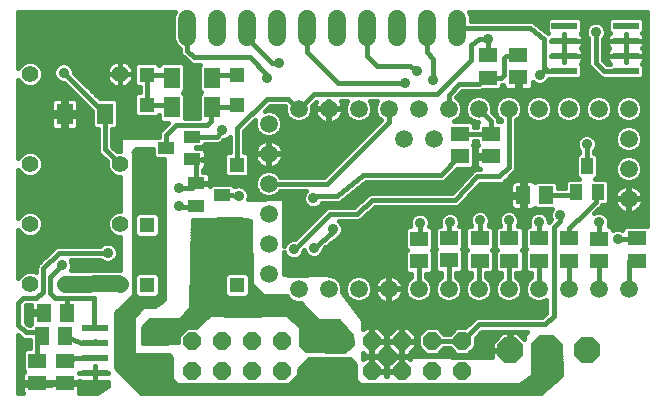
<source format=gbl>
G75*
%MOIN*%
%OFA0B0*%
%FSLAX24Y24*%
%IPPOS*%
%LPD*%
%AMOC8*
5,1,8,0,0,1.08239X$1,22.5*
%
%ADD10R,0.0394X0.0551*%
%ADD11R,0.0630X0.0512*%
%ADD12R,0.0512X0.0630*%
%ADD13R,0.0515X0.0515*%
%ADD14R,0.0551X0.0394*%
%ADD15R,0.0551X0.0709*%
%ADD16R,0.0866X0.0236*%
%ADD17R,0.0591X0.0512*%
%ADD18R,0.0512X0.0591*%
%ADD19C,0.0594*%
%ADD20C,0.0554*%
%ADD21C,0.0600*%
%ADD22OC8,0.0600*%
%ADD23OC8,0.0850*%
%ADD24C,0.0160*%
%ADD25C,0.0357*%
%ADD26C,0.0400*%
%ADD27C,0.0100*%
%ADD28C,0.0560*%
D10*
X019585Y007609D03*
X020333Y007609D03*
X019959Y008475D03*
D11*
X016758Y008802D03*
X015731Y008798D03*
X015731Y009546D03*
X016758Y009550D03*
X016652Y011416D03*
X017672Y011432D03*
X017672Y012180D03*
X016652Y012164D03*
X016384Y006066D03*
X015369Y006078D03*
X014373Y006046D03*
X015369Y005330D03*
X014373Y005298D03*
X016384Y005318D03*
X017377Y005318D03*
X018365Y005322D03*
X019380Y005314D03*
X020369Y005310D03*
X020369Y006058D03*
X019380Y006062D03*
X018365Y006070D03*
X017377Y006066D03*
X021621Y006062D03*
X021621Y005314D03*
X001640Y001987D03*
X001640Y001239D03*
D12*
X001802Y002802D03*
X002550Y002802D03*
X017841Y007507D03*
X018589Y007507D03*
D13*
X008298Y006515D03*
X005298Y006515D03*
X005298Y008515D03*
X008298Y008515D03*
X008298Y010515D03*
X008298Y011515D03*
X005298Y011515D03*
X005298Y010515D03*
X005298Y004515D03*
X008298Y004515D03*
D14*
X006943Y007152D03*
X007810Y007526D03*
X006943Y007900D03*
X006798Y008704D03*
X005932Y009078D03*
X006798Y009452D03*
D15*
X007463Y010432D03*
X006125Y010432D03*
X006136Y011420D03*
X007475Y011420D03*
X003892Y010215D03*
X002554Y010215D03*
D16*
X003558Y003084D03*
X003558Y002584D03*
X003558Y002084D03*
X003558Y001584D03*
X005605Y001584D03*
X005605Y002084D03*
X005605Y002584D03*
X005605Y003084D03*
X019211Y011650D03*
X019211Y012150D03*
X019211Y012650D03*
X019211Y013150D03*
X021258Y013150D03*
X021258Y012650D03*
X021258Y012150D03*
X021258Y011650D03*
D17*
X002565Y001991D03*
X002565Y001243D03*
D18*
X002621Y003593D03*
X001873Y003593D03*
D19*
X009353Y004885D03*
X010353Y004385D03*
X011353Y004385D03*
X012353Y004385D03*
X013353Y004385D03*
X014353Y004385D03*
X015353Y004385D03*
X016353Y004385D03*
X017353Y004385D03*
X018353Y004385D03*
X019353Y004385D03*
X020353Y004385D03*
X021353Y004385D03*
X021353Y007385D03*
X021353Y008385D03*
X021353Y009385D03*
X021353Y010385D03*
X020353Y010385D03*
X019353Y010385D03*
X018353Y010385D03*
X017353Y010385D03*
X016353Y010385D03*
X015353Y010385D03*
X014353Y010385D03*
X013353Y010385D03*
X012353Y010385D03*
X011353Y010385D03*
X010353Y010385D03*
X009353Y009885D03*
X009353Y008885D03*
X009353Y007885D03*
X009353Y006885D03*
X009353Y005885D03*
X013853Y009385D03*
X014853Y009385D03*
D20*
X004396Y008546D03*
X001396Y008546D03*
X001396Y006546D03*
X004396Y006546D03*
X004396Y004546D03*
X001396Y004546D03*
X001396Y011546D03*
X004396Y011546D03*
D21*
X006636Y012789D02*
X006636Y013389D01*
X007636Y013389D02*
X007636Y012789D01*
X008636Y012789D02*
X008636Y013389D01*
X009636Y013389D02*
X009636Y012789D01*
X010636Y012789D02*
X010636Y013389D01*
X011636Y013389D02*
X011636Y012789D01*
X012636Y012789D02*
X012636Y013389D01*
X013636Y013389D02*
X013636Y012789D01*
X014636Y012789D02*
X014636Y013389D01*
X015636Y013389D02*
X015636Y012789D01*
D22*
X015794Y002641D03*
X014794Y002641D03*
X013794Y002641D03*
X012794Y002641D03*
X011794Y002641D03*
X010794Y002641D03*
X009794Y002641D03*
X008794Y002641D03*
X007794Y002641D03*
X006794Y002641D03*
X006794Y001641D03*
X007794Y001641D03*
X008794Y001641D03*
X009794Y001641D03*
X010794Y001641D03*
X011794Y001641D03*
X012794Y001641D03*
X013794Y001641D03*
X014794Y001641D03*
X015794Y001641D03*
D23*
X017396Y002341D03*
X018617Y002341D03*
X019975Y002341D03*
D24*
X001007Y002836D02*
X001007Y000913D01*
X001158Y000913D01*
X001158Y000914D01*
X001145Y000959D01*
X001145Y001191D01*
X001592Y001191D01*
X001592Y001287D01*
X001145Y001287D01*
X001145Y001519D01*
X001158Y001564D01*
X001181Y001605D01*
X001203Y001627D01*
X001165Y001665D01*
X001165Y002309D01*
X001259Y002403D01*
X001400Y002403D01*
X001400Y002406D01*
X001386Y002421D01*
X001386Y002688D01*
X001302Y002688D01*
X001207Y002688D01*
X001119Y002725D01*
X001007Y002836D01*
X001007Y002750D02*
X001093Y002750D01*
X001007Y002592D02*
X001386Y002592D01*
X001386Y002433D02*
X001007Y002433D01*
X001007Y002275D02*
X001165Y002275D01*
X001165Y002116D02*
X001007Y002116D01*
X001007Y001958D02*
X001165Y001958D01*
X001165Y001799D02*
X001007Y001799D01*
X001007Y001641D02*
X001189Y001641D01*
X001145Y001482D02*
X001007Y001482D01*
X001007Y001324D02*
X001145Y001324D01*
X001145Y001165D02*
X001007Y001165D01*
X001007Y001007D02*
X001145Y001007D01*
X001688Y001191D02*
X001688Y001287D01*
X002135Y001287D01*
X002135Y001291D01*
X002518Y001291D01*
X002518Y001195D01*
X002090Y001195D01*
X002090Y001191D01*
X001688Y001191D01*
X002613Y001195D02*
X002613Y001291D01*
X003041Y001291D01*
X003041Y001306D01*
X003055Y001298D01*
X003101Y001285D01*
X003558Y001285D01*
X004010Y001285D01*
X004010Y001160D01*
X003639Y000913D01*
X003026Y000913D01*
X003028Y000918D01*
X003041Y000963D01*
X003041Y001195D01*
X002613Y001195D01*
X003041Y001165D02*
X004010Y001165D01*
X003780Y001007D02*
X003041Y001007D01*
X003510Y001066D02*
X003558Y001113D01*
X003558Y001584D01*
X003558Y001584D01*
X003558Y001805D01*
X003558Y001805D01*
X003558Y001584D01*
X004010Y001584D01*
X004010Y001584D01*
X003558Y001584D01*
X003558Y001584D01*
X003020Y001584D01*
X003020Y001584D01*
X003558Y001584D01*
X003558Y001584D01*
X003558Y001285D01*
X003558Y001584D01*
X003558Y001584D01*
X003558Y001641D02*
X003558Y001641D01*
X003558Y001799D02*
X003558Y001799D01*
X003544Y002078D02*
X003558Y002084D01*
X003544Y002078D02*
X002987Y002078D01*
X002936Y002070D01*
X002565Y001991D01*
X001640Y001987D02*
X001640Y002767D01*
X001648Y002849D01*
X001628Y002928D02*
X001802Y002802D01*
X001640Y002767D02*
X001628Y002928D01*
X001254Y002928D01*
X001010Y003172D01*
X001010Y003912D01*
X001172Y004074D01*
X001605Y004074D01*
X001841Y004282D01*
X001841Y005062D01*
X002377Y005582D01*
X003983Y005582D01*
X004293Y005445D02*
X004404Y005445D01*
X004321Y005514D02*
X004270Y005390D01*
X004175Y005295D01*
X004050Y005243D01*
X003915Y005243D01*
X003791Y005295D01*
X003744Y005342D01*
X002750Y005342D01*
X002794Y005236D01*
X002794Y005101D01*
X002752Y005000D01*
X004303Y005014D01*
X004380Y005018D01*
X004390Y005014D01*
X004401Y005014D01*
X004404Y005013D01*
X004404Y006109D01*
X004309Y006109D01*
X004149Y006176D01*
X004026Y006299D01*
X003959Y006459D01*
X003959Y006633D01*
X004026Y006794D01*
X004149Y006917D01*
X004309Y006983D01*
X004404Y006983D01*
X004404Y008109D01*
X004309Y008109D01*
X004149Y008176D01*
X004026Y008299D01*
X003959Y008459D01*
X003959Y008633D01*
X003959Y008633D01*
X003759Y008826D01*
X003756Y008827D01*
X003724Y008859D01*
X003692Y008890D01*
X003691Y008893D01*
X003689Y008894D01*
X003671Y008936D01*
X003653Y008978D01*
X003653Y008980D01*
X003652Y008983D01*
X003652Y009028D01*
X003651Y009073D01*
X003652Y009076D01*
X003652Y009701D01*
X003550Y009701D01*
X003457Y009795D01*
X003457Y010312D01*
X002517Y011251D01*
X002451Y011251D01*
X002327Y011303D01*
X002231Y011398D01*
X002180Y011522D01*
X002180Y011657D01*
X002231Y011781D01*
X002327Y011876D01*
X002451Y011928D01*
X002586Y011928D01*
X002710Y011876D01*
X002805Y011781D01*
X002857Y011657D01*
X002857Y011590D01*
X003717Y010730D01*
X004234Y010730D01*
X004328Y010636D01*
X004328Y009795D01*
X004234Y009701D01*
X004132Y009701D01*
X004132Y009133D01*
X004294Y008977D01*
X004309Y008983D01*
X004404Y008983D01*
X004404Y009428D01*
X005583Y009428D01*
X005590Y009434D01*
X005692Y009434D01*
X005692Y009551D01*
X005728Y009639D01*
X006007Y009918D01*
X005783Y009918D01*
X005689Y010011D01*
X005689Y010165D01*
X005622Y010097D01*
X004974Y010097D01*
X004880Y010191D01*
X004880Y010838D01*
X004974Y010932D01*
X005058Y010932D01*
X005058Y011097D01*
X004974Y011097D01*
X004880Y011191D01*
X004880Y011838D01*
X004974Y011932D01*
X005622Y011932D01*
X005707Y011847D01*
X005794Y011934D01*
X006478Y011934D01*
X006572Y011841D01*
X006572Y011000D01*
X006493Y010920D01*
X006560Y010853D01*
X006560Y010077D01*
X007028Y010077D01*
X007028Y010853D01*
X007107Y010932D01*
X007039Y011000D01*
X007039Y011841D01*
X007060Y011861D01*
X006813Y011861D01*
X006725Y011898D01*
X006657Y011965D01*
X006433Y012190D01*
X006396Y012278D01*
X006396Y012391D01*
X006376Y012399D01*
X006246Y012529D01*
X006176Y012698D01*
X006176Y013481D01*
X006231Y013612D01*
X001007Y013612D01*
X001007Y011749D01*
X001026Y011794D01*
X001149Y011917D01*
X001309Y011983D01*
X001483Y011983D01*
X001644Y011917D01*
X001767Y011794D01*
X001833Y011633D01*
X001833Y011459D01*
X001767Y011299D01*
X001644Y011176D01*
X001483Y011109D01*
X001309Y011109D01*
X001149Y011176D01*
X001026Y011299D01*
X001007Y011343D01*
X001007Y008749D01*
X001026Y008794D01*
X001149Y008917D01*
X001309Y008983D01*
X001483Y008983D01*
X001644Y008917D01*
X001767Y008794D01*
X001833Y008633D01*
X001833Y008459D01*
X001767Y008299D01*
X001644Y008176D01*
X001483Y008109D01*
X001309Y008109D01*
X001149Y008176D01*
X001026Y008299D01*
X001007Y008343D01*
X001007Y006749D01*
X001026Y006794D01*
X001149Y006917D01*
X001309Y006983D01*
X001483Y006983D01*
X001644Y006917D01*
X001767Y006794D01*
X001833Y006633D01*
X001833Y006459D01*
X001767Y006299D01*
X001644Y006176D01*
X001483Y006109D01*
X001309Y006109D01*
X001149Y006176D01*
X001026Y006299D01*
X001007Y006343D01*
X001007Y004749D01*
X001026Y004794D01*
X001149Y004917D01*
X001309Y004983D01*
X001483Y004983D01*
X001601Y004934D01*
X001601Y005016D01*
X001600Y005018D01*
X001601Y005064D01*
X001601Y005110D01*
X001602Y005111D01*
X001602Y005113D01*
X001620Y005155D01*
X001638Y005198D01*
X001639Y005199D01*
X001640Y005201D01*
X001673Y005233D01*
X001705Y005265D01*
X001707Y005266D01*
X002208Y005753D01*
X002241Y005785D01*
X002242Y005786D01*
X002244Y005787D01*
X002286Y005804D01*
X002329Y005822D01*
X002331Y005822D01*
X002332Y005822D01*
X002378Y005822D01*
X003744Y005822D01*
X003791Y005868D01*
X003915Y005920D01*
X004050Y005920D01*
X004175Y005868D01*
X004270Y005773D01*
X004321Y005649D01*
X004321Y005514D01*
X004321Y005603D02*
X004404Y005603D01*
X004404Y005762D02*
X004274Y005762D01*
X004404Y005920D02*
X001007Y005920D01*
X001007Y005762D02*
X002217Y005762D01*
X002054Y005603D02*
X001007Y005603D01*
X001007Y005445D02*
X001891Y005445D01*
X001728Y005286D02*
X001007Y005286D01*
X001007Y005128D02*
X001608Y005128D01*
X001601Y004969D02*
X001517Y004969D01*
X001276Y004969D02*
X001007Y004969D01*
X001007Y004811D02*
X001043Y004811D01*
X002081Y004794D02*
X002081Y004231D01*
X002223Y004070D01*
X002619Y004065D01*
X002619Y003593D01*
X002621Y003593D01*
X002619Y004065D02*
X002904Y004062D01*
X003540Y004062D01*
X003540Y003152D01*
X003558Y003135D01*
X003558Y003084D01*
X003552Y002629D02*
X003558Y002584D01*
X003083Y002591D01*
X002550Y002802D01*
X001445Y003243D02*
X001386Y003183D01*
X001386Y003168D01*
X001354Y003168D01*
X001250Y003272D01*
X001250Y003813D01*
X001271Y003834D01*
X001437Y003834D01*
X001437Y003641D01*
X001825Y003641D01*
X001825Y003545D01*
X001437Y003545D01*
X001437Y003274D01*
X001445Y003243D01*
X001428Y003226D02*
X001296Y003226D01*
X001250Y003384D02*
X001437Y003384D01*
X001437Y003543D02*
X001250Y003543D01*
X001317Y003605D02*
X001357Y003601D01*
X001317Y003605D02*
X001873Y003593D01*
X001437Y003701D02*
X001250Y003701D01*
X002081Y004794D02*
X002455Y005168D01*
X002773Y005286D02*
X003811Y005286D01*
X004155Y005286D02*
X004404Y005286D01*
X004404Y005128D02*
X002794Y005128D01*
X004404Y006079D02*
X001007Y006079D01*
X001007Y006237D02*
X001087Y006237D01*
X001706Y006237D02*
X004087Y006237D01*
X003985Y006396D02*
X001807Y006396D01*
X001833Y006554D02*
X003959Y006554D01*
X003992Y006713D02*
X001800Y006713D01*
X001689Y006871D02*
X004103Y006871D01*
X004404Y007030D02*
X001007Y007030D01*
X001007Y007188D02*
X004404Y007188D01*
X004404Y007347D02*
X001007Y007347D01*
X001007Y007505D02*
X004404Y007505D01*
X004404Y007664D02*
X001007Y007664D01*
X001007Y007822D02*
X004404Y007822D01*
X004404Y007981D02*
X001007Y007981D01*
X001007Y008139D02*
X001236Y008139D01*
X001026Y008298D02*
X001007Y008298D01*
X001557Y008139D02*
X004236Y008139D01*
X004026Y008298D02*
X001766Y008298D01*
X001832Y008456D02*
X003960Y008456D01*
X003959Y008615D02*
X001833Y008615D01*
X001775Y008773D02*
X003813Y008773D01*
X003673Y008932D02*
X001607Y008932D01*
X001185Y008932D02*
X001007Y008932D01*
X001007Y009090D02*
X003652Y009090D01*
X003652Y009249D02*
X001007Y009249D01*
X001007Y009407D02*
X003652Y009407D01*
X003652Y009566D02*
X001007Y009566D01*
X001007Y009724D02*
X002160Y009724D01*
X002168Y009717D02*
X002209Y009693D01*
X002254Y009681D01*
X002496Y009681D01*
X002496Y010158D01*
X002098Y010158D01*
X002098Y009837D01*
X002110Y009792D01*
X002134Y009751D01*
X002168Y009717D01*
X002098Y009883D02*
X001007Y009883D01*
X001007Y010041D02*
X002098Y010041D01*
X002098Y010273D02*
X002496Y010273D01*
X002496Y010158D01*
X002611Y010158D01*
X002611Y009681D01*
X002853Y009681D01*
X002899Y009693D01*
X002940Y009717D01*
X002973Y009751D01*
X002997Y009792D01*
X003009Y009837D01*
X003009Y010158D01*
X002611Y010158D01*
X002611Y010273D01*
X002496Y010273D01*
X002496Y010750D01*
X002254Y010750D01*
X002209Y010737D01*
X002168Y010714D01*
X002134Y010680D01*
X002110Y010639D01*
X002098Y010593D01*
X002098Y010273D01*
X002098Y010358D02*
X001007Y010358D01*
X001007Y010200D02*
X002496Y010200D01*
X002611Y010200D02*
X003457Y010200D01*
X003457Y010041D02*
X003009Y010041D01*
X003009Y010273D02*
X002611Y010273D01*
X002611Y010750D01*
X002853Y010750D01*
X002899Y010737D01*
X002940Y010714D01*
X002973Y010680D01*
X002997Y010639D01*
X003009Y010593D01*
X003009Y010273D01*
X003009Y010358D02*
X003410Y010358D01*
X003251Y010517D02*
X003009Y010517D01*
X002976Y010675D02*
X003093Y010675D01*
X002934Y010834D02*
X001007Y010834D01*
X001007Y010992D02*
X002776Y010992D01*
X002617Y011151D02*
X001584Y011151D01*
X001771Y011309D02*
X002320Y011309D01*
X002202Y011468D02*
X001833Y011468D01*
X001833Y011626D02*
X002180Y011626D01*
X002235Y011785D02*
X001770Y011785D01*
X001579Y011943D02*
X004169Y011943D01*
X004157Y011937D02*
X004098Y011895D01*
X004047Y011844D01*
X004005Y011786D01*
X003973Y011722D01*
X003950Y011653D01*
X003939Y011582D01*
X003939Y011555D01*
X004388Y011555D01*
X004388Y012003D01*
X004360Y012003D01*
X004289Y011992D01*
X004221Y011970D01*
X004157Y011937D01*
X004005Y011785D02*
X002801Y011785D01*
X002857Y011626D02*
X003946Y011626D01*
X003939Y011538D02*
X003939Y011510D01*
X003950Y011439D01*
X003973Y011371D01*
X004005Y011307D01*
X004047Y011248D01*
X004098Y011197D01*
X004157Y011155D01*
X004221Y011122D01*
X004289Y011100D01*
X004360Y011089D01*
X004388Y011089D01*
X004388Y011538D01*
X003939Y011538D01*
X003946Y011468D02*
X002979Y011468D01*
X003138Y011309D02*
X004004Y011309D01*
X004165Y011151D02*
X003296Y011151D01*
X003455Y010992D02*
X005058Y010992D01*
X004920Y011151D02*
X004628Y011151D01*
X004636Y011155D02*
X004694Y011197D01*
X004745Y011248D01*
X004787Y011307D01*
X004820Y011371D01*
X004842Y011439D01*
X004853Y011510D01*
X004853Y011538D01*
X004405Y011538D01*
X004405Y011555D01*
X004388Y011555D01*
X004388Y011538D01*
X004405Y011538D01*
X004405Y011089D01*
X004432Y011089D01*
X004503Y011100D01*
X004572Y011122D01*
X004636Y011155D01*
X004789Y011309D02*
X004880Y011309D01*
X004880Y011468D02*
X004847Y011468D01*
X004853Y011555D02*
X004853Y011582D01*
X004842Y011653D01*
X004820Y011722D01*
X004787Y011786D01*
X004745Y011844D01*
X004694Y011895D01*
X004636Y011937D01*
X004572Y011970D01*
X004503Y011992D01*
X004432Y012003D01*
X004405Y012003D01*
X004405Y011555D01*
X004853Y011555D01*
X004846Y011626D02*
X004880Y011626D01*
X004880Y011785D02*
X004788Y011785D01*
X004623Y011943D02*
X006679Y011943D01*
X006572Y011785D02*
X007039Y011785D01*
X007039Y011626D02*
X006572Y011626D01*
X006572Y011468D02*
X007039Y011468D01*
X007475Y011420D02*
X007569Y011515D01*
X008298Y011515D01*
X008719Y012101D02*
X009278Y011530D01*
X009282Y011361D01*
X009302Y011397D01*
X009479Y011904D02*
X008664Y012719D01*
X008664Y013062D01*
X008636Y013089D01*
X008719Y012101D02*
X006861Y012101D01*
X006636Y012326D01*
X006636Y013089D01*
X006176Y013053D02*
X001007Y013053D01*
X001007Y013211D02*
X006176Y013211D01*
X006176Y013370D02*
X001007Y013370D01*
X001007Y013528D02*
X006196Y013528D01*
X006176Y012894D02*
X001007Y012894D01*
X001007Y012736D02*
X006176Y012736D01*
X006226Y012577D02*
X001007Y012577D01*
X001007Y012419D02*
X006356Y012419D01*
X006404Y012260D02*
X001007Y012260D01*
X001007Y012102D02*
X006521Y012102D01*
X006042Y011515D02*
X006136Y011420D01*
X006042Y011515D02*
X005298Y011515D01*
X005298Y010515D01*
X006042Y010515D01*
X006125Y010432D01*
X006560Y010358D02*
X007028Y010358D01*
X007028Y010200D02*
X006560Y010200D01*
X006560Y010517D02*
X007028Y010517D01*
X007028Y010675D02*
X006560Y010675D01*
X006560Y010834D02*
X007028Y010834D01*
X007046Y010992D02*
X006565Y010992D01*
X006572Y011151D02*
X007039Y011151D01*
X007039Y011309D02*
X006572Y011309D01*
X007463Y010432D02*
X008191Y010432D01*
X008298Y010515D01*
X008298Y009739D02*
X009282Y010723D01*
X010010Y010727D01*
X010353Y010385D01*
X010861Y010881D01*
X014967Y010881D01*
X015428Y011341D01*
X015439Y011341D01*
X016097Y011999D01*
X016097Y012495D01*
X016349Y012719D01*
X016672Y012727D01*
X016676Y012692D01*
X016652Y012164D01*
X016676Y012204D01*
X017188Y012093D02*
X017251Y012156D01*
X017648Y012156D01*
X017672Y012180D01*
X017188Y012093D02*
X017188Y011499D01*
X017105Y011416D01*
X016652Y011416D01*
X016617Y011408D01*
X016652Y011416D02*
X016723Y011353D01*
X016585Y011385D01*
X016357Y011204D01*
X015703Y011204D01*
X015353Y010853D01*
X015353Y010385D01*
X015771Y010200D02*
X015935Y010200D01*
X015966Y010126D02*
X016094Y009997D01*
X016262Y009928D01*
X016339Y009928D01*
X016283Y009872D01*
X016283Y009790D01*
X016206Y009790D01*
X016206Y009868D01*
X016112Y009962D01*
X015526Y009962D01*
X015612Y009997D01*
X015740Y010126D01*
X015810Y010294D01*
X015810Y010476D01*
X015740Y010644D01*
X015612Y010772D01*
X015611Y010772D01*
X015803Y010964D01*
X016343Y010964D01*
X016377Y010960D01*
X016390Y010964D01*
X016405Y010964D01*
X016436Y010977D01*
X016469Y010986D01*
X016480Y010995D01*
X016493Y011000D01*
X016493Y011000D01*
X017033Y011000D01*
X017127Y011094D01*
X017127Y011176D01*
X017153Y011176D01*
X017177Y011186D01*
X017177Y011152D01*
X017189Y011107D01*
X017213Y011066D01*
X017246Y011032D01*
X017287Y011008D01*
X017333Y010996D01*
X017624Y010996D01*
X017624Y011384D01*
X017720Y011384D01*
X017720Y010996D01*
X018010Y010996D01*
X018056Y011008D01*
X018097Y011032D01*
X018131Y011066D01*
X018154Y011107D01*
X018167Y011152D01*
X018167Y011262D01*
X018193Y011236D01*
X018317Y011184D01*
X018452Y011184D01*
X018576Y011236D01*
X018671Y011331D01*
X018695Y011389D01*
X018712Y011372D01*
X019710Y011372D01*
X019804Y011466D01*
X019804Y011835D01*
X019752Y011887D01*
X019755Y011888D01*
X019788Y011922D01*
X019812Y011963D01*
X019824Y012009D01*
X019824Y012150D01*
X019211Y012150D01*
X019211Y011929D01*
X019211Y011929D01*
X019211Y012150D01*
X019211Y012150D01*
X018766Y012150D01*
X018766Y012150D01*
X019211Y012150D01*
X019211Y012150D01*
X019211Y012150D01*
X019824Y012150D01*
X019824Y012292D01*
X019812Y012338D01*
X019788Y012379D01*
X019767Y012400D01*
X019788Y012422D01*
X019812Y012463D01*
X019824Y012509D01*
X019824Y012650D01*
X019211Y012650D01*
X019211Y012650D01*
X019211Y012150D01*
X019211Y012150D01*
X019211Y012449D01*
X019211Y012650D01*
X018766Y012650D01*
X018766Y012650D01*
X019211Y012650D01*
X019211Y012650D01*
X019211Y012650D01*
X019824Y012650D01*
X019824Y012792D01*
X019812Y012838D01*
X019788Y012879D01*
X019755Y012913D01*
X019752Y012914D01*
X019804Y012966D01*
X019804Y013335D01*
X019710Y013429D01*
X018712Y013429D01*
X018618Y013335D01*
X018618Y012966D01*
X018670Y012914D01*
X018668Y012913D01*
X018662Y012919D01*
X018649Y012924D01*
X018238Y013253D01*
X018213Y013277D01*
X018200Y013282D01*
X018190Y013291D01*
X018157Y013301D01*
X018125Y013314D01*
X018111Y013314D01*
X018098Y013318D01*
X018064Y013314D01*
X016096Y013314D01*
X016096Y013481D01*
X016042Y013612D01*
X021974Y013612D01*
X021974Y006478D01*
X021239Y006478D01*
X021146Y006384D01*
X021146Y006343D01*
X021074Y006373D01*
X020939Y006373D01*
X020844Y006333D01*
X020844Y006380D01*
X020750Y006474D01*
X020688Y006474D01*
X020715Y006538D01*
X020715Y006673D01*
X020663Y006797D01*
X020568Y006892D01*
X020444Y006944D01*
X020309Y006944D01*
X020203Y006900D01*
X020390Y007087D01*
X020458Y007154D01*
X020466Y007174D01*
X020596Y007174D01*
X020690Y007267D01*
X020690Y007951D01*
X020596Y008045D01*
X020227Y008045D01*
X020316Y008133D01*
X020316Y008817D01*
X020222Y008911D01*
X020195Y008911D01*
X020195Y008969D01*
X020242Y009016D01*
X020294Y009140D01*
X020294Y009275D01*
X020242Y009399D01*
X020147Y009494D01*
X020023Y009546D01*
X019888Y009546D01*
X019764Y009494D01*
X019668Y009399D01*
X019617Y009275D01*
X019617Y009140D01*
X019668Y009016D01*
X019715Y008969D01*
X019715Y008911D01*
X019696Y008911D01*
X019602Y008817D01*
X019602Y008133D01*
X019691Y008045D01*
X019322Y008045D01*
X019228Y007951D01*
X019228Y007747D01*
X019005Y007747D01*
X019005Y007888D01*
X018911Y007982D01*
X018267Y007982D01*
X018229Y007944D01*
X018207Y007966D01*
X018166Y007989D01*
X018121Y008002D01*
X017889Y008002D01*
X017889Y007555D01*
X017793Y007555D01*
X017793Y008002D01*
X017561Y008002D01*
X017516Y007989D01*
X017475Y007966D01*
X017441Y007932D01*
X017417Y007891D01*
X017405Y007845D01*
X017405Y007555D01*
X017793Y007555D01*
X017793Y007459D01*
X017405Y007459D01*
X017405Y007168D01*
X017417Y007122D01*
X017441Y007081D01*
X017475Y007048D01*
X017516Y007024D01*
X017561Y007012D01*
X017793Y007012D01*
X017793Y007459D01*
X017889Y007459D01*
X017889Y007012D01*
X018121Y007012D01*
X018166Y007024D01*
X018207Y007048D01*
X018229Y007070D01*
X018267Y007032D01*
X018785Y007032D01*
X018739Y006921D01*
X018739Y006786D01*
X018775Y006698D01*
X018717Y006639D01*
X018695Y006618D01*
X018695Y006676D01*
X018644Y006801D01*
X018549Y006896D01*
X018424Y006948D01*
X018289Y006948D01*
X018165Y006896D01*
X018070Y006801D01*
X018018Y006676D01*
X018018Y006542D01*
X018042Y006486D01*
X017983Y006486D01*
X017890Y006392D01*
X017890Y005748D01*
X017942Y005696D01*
X017890Y005644D01*
X017890Y005000D01*
X017983Y004906D01*
X018113Y004906D01*
X018113Y004780D01*
X018094Y004772D01*
X017966Y004644D01*
X017896Y004476D01*
X017896Y004294D01*
X017966Y004126D01*
X018094Y003997D01*
X018262Y003928D01*
X018444Y003928D01*
X018612Y003997D01*
X018613Y003999D01*
X018613Y003579D01*
X018474Y003440D01*
X016305Y003440D01*
X016217Y003403D01*
X016149Y003336D01*
X015914Y003101D01*
X015603Y003101D01*
X015383Y002881D01*
X015204Y002881D01*
X014984Y003101D01*
X014603Y003101D01*
X014334Y002831D01*
X014334Y002450D01*
X014603Y002181D01*
X014984Y002181D01*
X015204Y002401D01*
X015383Y002401D01*
X015603Y002181D01*
X015984Y002181D01*
X016254Y002450D01*
X016254Y002761D01*
X016452Y002960D01*
X017981Y002960D01*
X017869Y002837D01*
X017871Y002723D01*
X017647Y002946D01*
X017416Y002946D01*
X017416Y002361D01*
X017376Y002361D01*
X017376Y002321D01*
X016791Y002321D01*
X016791Y002127D01*
X014054Y002133D01*
X014056Y002057D01*
X013993Y002121D01*
X013814Y002121D01*
X013814Y001661D01*
X013774Y001661D01*
X013774Y002121D01*
X013595Y002121D01*
X013314Y001839D01*
X013314Y001661D01*
X013774Y001661D01*
X013774Y001621D01*
X013314Y001621D01*
X013314Y001489D01*
X013274Y001489D01*
X013274Y001621D01*
X012814Y001621D01*
X012814Y001661D01*
X012774Y001661D01*
X012774Y002121D01*
X012595Y002121D01*
X012509Y002034D01*
X012510Y002246D01*
X012595Y002161D01*
X012774Y002161D01*
X012774Y002621D01*
X012814Y002621D01*
X012814Y002661D01*
X012774Y002661D01*
X012774Y003121D01*
X012595Y003121D01*
X012513Y003039D01*
X012514Y003353D01*
X011799Y004267D01*
X011810Y004294D01*
X011810Y004476D01*
X011740Y004644D01*
X011612Y004772D01*
X011444Y004842D01*
X011349Y004842D01*
X011321Y004877D01*
X010042Y004857D01*
X009861Y004873D01*
X009861Y005612D01*
X009901Y005516D01*
X009996Y005421D01*
X010120Y005369D01*
X010255Y005369D01*
X010379Y005421D01*
X010474Y005516D01*
X010526Y005640D01*
X010526Y005673D01*
X010570Y005567D01*
X010665Y005472D01*
X010789Y005420D01*
X010924Y005420D01*
X011049Y005472D01*
X011144Y005567D01*
X011195Y005691D01*
X011195Y005722D01*
X011618Y006061D01*
X011678Y006086D01*
X011774Y006181D01*
X011825Y006306D01*
X011825Y006440D01*
X011774Y006565D01*
X011697Y006641D01*
X012279Y006641D01*
X012319Y006638D01*
X012326Y006641D01*
X012334Y006641D01*
X012371Y006656D01*
X012409Y006670D01*
X012415Y006674D01*
X012422Y006677D01*
X012451Y006706D01*
X012897Y007101D01*
X015519Y007101D01*
X015523Y007100D01*
X015566Y007101D01*
X015609Y007101D01*
X015614Y007103D01*
X015619Y007103D01*
X015658Y007121D01*
X015697Y007138D01*
X015701Y007141D01*
X015705Y007143D01*
X015735Y007175D01*
X015765Y007205D01*
X015767Y007210D01*
X016395Y007889D01*
X017094Y007889D01*
X017182Y007925D01*
X017249Y007993D01*
X017556Y008300D01*
X017593Y008388D01*
X017593Y009990D01*
X017612Y009997D01*
X017740Y010126D01*
X017810Y010294D01*
X017810Y010476D01*
X017740Y010644D01*
X017612Y010772D01*
X017444Y010842D01*
X017262Y010842D01*
X017094Y010772D01*
X016966Y010644D01*
X016896Y010476D01*
X016896Y010294D01*
X016966Y010126D01*
X017094Y009997D01*
X017113Y009990D01*
X017113Y009966D01*
X016994Y009966D01*
X016994Y010019D01*
X016958Y010107D01*
X016890Y010175D01*
X016798Y010267D01*
X016810Y010294D01*
X016810Y010476D01*
X016740Y010644D01*
X016612Y010772D01*
X016444Y010842D01*
X016262Y010842D01*
X016094Y010772D01*
X015966Y010644D01*
X015896Y010476D01*
X015896Y010294D01*
X015966Y010126D01*
X016050Y010041D02*
X015656Y010041D01*
X015810Y010358D02*
X015896Y010358D01*
X015913Y010517D02*
X015793Y010517D01*
X015708Y010675D02*
X015998Y010675D01*
X016244Y010834D02*
X015673Y010834D01*
X016353Y010385D02*
X016353Y010373D01*
X016754Y009971D01*
X016754Y009554D01*
X016758Y009550D01*
X015735Y009550D01*
X015731Y009546D01*
X016206Y009310D02*
X016283Y009310D01*
X016283Y009228D01*
X016321Y009190D01*
X016299Y009168D01*
X016276Y009127D01*
X016263Y009082D01*
X016263Y008850D01*
X016710Y008850D01*
X016710Y008754D01*
X016263Y008754D01*
X016263Y008522D01*
X016276Y008477D01*
X016299Y008436D01*
X016333Y008402D01*
X016374Y008378D01*
X016410Y008369D01*
X016333Y008369D01*
X016328Y008370D01*
X016285Y008369D01*
X016242Y008369D01*
X016238Y008367D01*
X016233Y008367D01*
X016194Y008349D01*
X016154Y008332D01*
X016151Y008329D01*
X016146Y008327D01*
X016117Y008295D01*
X016086Y008265D01*
X016085Y008260D01*
X015457Y007581D01*
X012813Y007581D01*
X012772Y007584D01*
X012765Y007581D01*
X012758Y007581D01*
X012720Y007566D01*
X012682Y007553D01*
X012677Y007548D01*
X012670Y007545D01*
X012641Y007516D01*
X012195Y007121D01*
X011345Y007121D01*
X011256Y007084D01*
X011189Y007017D01*
X010218Y006046D01*
X010120Y006046D01*
X009996Y005994D01*
X009901Y005899D01*
X009861Y005803D01*
X009861Y007408D01*
X008674Y007382D01*
X008691Y007424D01*
X008691Y007558D01*
X008640Y007683D01*
X008545Y007778D01*
X008420Y007829D01*
X008286Y007829D01*
X008229Y007806D01*
X008151Y007883D01*
X007468Y007883D01*
X007399Y007815D01*
X007399Y007882D01*
X007160Y007882D01*
X007160Y007919D01*
X007399Y007919D01*
X007399Y008121D01*
X007387Y008167D01*
X007363Y008208D01*
X007330Y008241D01*
X007288Y008265D01*
X007243Y008277D01*
X007160Y008277D01*
X007160Y008349D01*
X007184Y008363D01*
X007217Y008396D01*
X007241Y008437D01*
X007253Y008483D01*
X007253Y008685D01*
X007138Y008685D01*
X007119Y008722D01*
X007253Y008722D01*
X007253Y008924D01*
X007241Y008970D01*
X007217Y009011D01*
X007184Y009045D01*
X007143Y009068D01*
X007097Y009080D01*
X006940Y009080D01*
X006933Y009095D01*
X007140Y009095D01*
X007233Y009189D01*
X007233Y009212D01*
X007581Y009212D01*
X007589Y009209D01*
X007629Y009212D01*
X007668Y009212D01*
X007676Y009215D01*
X007684Y009215D01*
X007720Y009233D01*
X007757Y009248D01*
X007762Y009254D01*
X007770Y009258D01*
X007796Y009288D01*
X007824Y009316D01*
X007827Y009323D01*
X007836Y009334D01*
X007881Y009334D01*
X008005Y009385D01*
X008058Y009438D01*
X008058Y008932D01*
X007974Y008932D01*
X007880Y008838D01*
X007880Y008191D01*
X007974Y008097D01*
X008622Y008097D01*
X008715Y008191D01*
X008715Y008838D01*
X008622Y008932D01*
X008878Y008932D01*
X008876Y008922D02*
X008876Y008903D01*
X009334Y008903D01*
X009334Y008866D01*
X008876Y008866D01*
X008876Y008847D01*
X008888Y008773D01*
X008911Y008702D01*
X008945Y008635D01*
X008989Y008574D01*
X009042Y008521D01*
X009103Y008477D01*
X009170Y008443D01*
X009241Y008420D01*
X009315Y008408D01*
X009334Y008408D01*
X009334Y008866D01*
X009371Y008866D01*
X009371Y008408D01*
X009390Y008408D01*
X009465Y008420D01*
X009536Y008443D01*
X009603Y008477D01*
X009664Y008521D01*
X009717Y008574D01*
X009761Y008635D01*
X009795Y008702D01*
X009818Y008773D01*
X009830Y008847D01*
X009830Y008866D01*
X009371Y008866D01*
X009371Y008903D01*
X009334Y008903D01*
X009334Y009362D01*
X009315Y009362D01*
X009241Y009350D01*
X009170Y009327D01*
X009103Y009293D01*
X009042Y009248D01*
X008989Y009195D01*
X008945Y009135D01*
X008911Y009068D01*
X008888Y008996D01*
X008876Y008922D01*
X008888Y008773D02*
X008715Y008773D01*
X008715Y008615D02*
X008959Y008615D01*
X009143Y008456D02*
X008715Y008456D01*
X008715Y008298D02*
X009157Y008298D01*
X009094Y008272D02*
X008966Y008144D01*
X008896Y007976D01*
X008896Y007794D01*
X008966Y007626D01*
X009094Y007497D01*
X009262Y007428D01*
X009444Y007428D01*
X009612Y007497D01*
X009740Y007626D01*
X009748Y007645D01*
X010603Y007645D01*
X010554Y007596D01*
X010503Y007472D01*
X010503Y007337D01*
X010554Y007213D01*
X010649Y007118D01*
X010774Y007066D01*
X010908Y007066D01*
X011033Y007118D01*
X011128Y007213D01*
X011141Y007245D01*
X011634Y007239D01*
X011671Y007236D01*
X011682Y007239D01*
X011693Y007239D01*
X011727Y007252D01*
X011762Y007263D01*
X011771Y007270D01*
X011782Y007274D01*
X011808Y007300D01*
X012588Y007932D01*
X015137Y007932D01*
X015225Y007969D01*
X015293Y008036D01*
X015639Y008382D01*
X016112Y008382D01*
X016206Y008476D01*
X016206Y009120D01*
X016154Y009172D01*
X016206Y009224D01*
X016206Y009310D01*
X016206Y009249D02*
X016283Y009249D01*
X016266Y009090D02*
X016206Y009090D01*
X016206Y008932D02*
X016263Y008932D01*
X016206Y008773D02*
X016710Y008773D01*
X016263Y008615D02*
X016206Y008615D01*
X016186Y008456D02*
X016287Y008456D01*
X016119Y008298D02*
X015554Y008298D01*
X015396Y008139D02*
X015973Y008139D01*
X015826Y007981D02*
X015237Y007981D01*
X015680Y007822D02*
X012452Y007822D01*
X012257Y007664D02*
X015533Y007664D01*
X015562Y007341D02*
X012806Y007341D01*
X012286Y006881D01*
X011392Y006881D01*
X010219Y005708D01*
X010188Y005708D01*
X010511Y005603D02*
X010555Y005603D01*
X010857Y005759D02*
X011491Y006267D01*
X011487Y006373D01*
X011797Y006237D02*
X013898Y006237D01*
X013898Y006368D02*
X013898Y005724D01*
X013949Y005672D01*
X013898Y005620D01*
X013898Y004976D01*
X013991Y004882D01*
X014113Y004882D01*
X014113Y004780D01*
X014094Y004772D01*
X013966Y004644D01*
X013896Y004476D01*
X013896Y004294D01*
X013966Y004126D01*
X014094Y003997D01*
X014262Y003928D01*
X014444Y003928D01*
X014612Y003997D01*
X014740Y004126D01*
X014810Y004294D01*
X014810Y004476D01*
X014740Y004644D01*
X014612Y004772D01*
X014593Y004780D01*
X014593Y004882D01*
X014754Y004882D01*
X014848Y004976D01*
X014848Y005620D01*
X014796Y005672D01*
X014848Y005724D01*
X014848Y006368D01*
X014754Y006462D01*
X014703Y006462D01*
X014727Y006518D01*
X014727Y006653D01*
X014675Y006777D01*
X014580Y006872D01*
X014456Y006924D01*
X014321Y006924D01*
X014197Y006872D01*
X014101Y006777D01*
X014050Y006653D01*
X014050Y006518D01*
X014073Y006462D01*
X013991Y006462D01*
X013898Y006368D01*
X013925Y006396D02*
X011825Y006396D01*
X011778Y006554D02*
X014050Y006554D01*
X014075Y006713D02*
X012458Y006713D01*
X012637Y006871D02*
X014196Y006871D01*
X014388Y006586D02*
X014388Y006046D01*
X014373Y006046D01*
X014848Y006079D02*
X014894Y006079D01*
X014894Y006237D02*
X014848Y006237D01*
X014820Y006396D02*
X014894Y006396D01*
X014894Y006400D02*
X014894Y005755D01*
X014946Y005704D01*
X014894Y005652D01*
X014894Y005007D01*
X014987Y004914D01*
X015113Y004914D01*
X015113Y004780D01*
X015094Y004772D01*
X014966Y004644D01*
X014896Y004476D01*
X014896Y004294D01*
X014966Y004126D01*
X015094Y003997D01*
X015262Y003928D01*
X015444Y003928D01*
X015612Y003997D01*
X015740Y004126D01*
X015810Y004294D01*
X015810Y004476D01*
X015740Y004644D01*
X015612Y004772D01*
X015593Y004780D01*
X015593Y004914D01*
X015750Y004914D01*
X015844Y005007D01*
X015844Y005652D01*
X015792Y005704D01*
X015844Y005755D01*
X015844Y006400D01*
X015750Y006494D01*
X015712Y006494D01*
X015731Y006538D01*
X015731Y006673D01*
X015679Y006797D01*
X015584Y006892D01*
X015460Y006944D01*
X015325Y006944D01*
X015201Y006892D01*
X015105Y006797D01*
X015054Y006673D01*
X015054Y006538D01*
X015072Y006494D01*
X014987Y006494D01*
X014894Y006400D01*
X015054Y006554D02*
X014727Y006554D01*
X014702Y006713D02*
X015071Y006713D01*
X015180Y006871D02*
X014581Y006871D01*
X015369Y006582D02*
X015392Y006605D01*
X015369Y006582D02*
X015369Y006078D01*
X015844Y006079D02*
X015909Y006079D01*
X015909Y006237D02*
X015844Y006237D01*
X015844Y006396D02*
X015917Y006396D01*
X015909Y006388D02*
X015909Y005744D01*
X015961Y005692D01*
X015909Y005640D01*
X015909Y004996D01*
X016003Y004902D01*
X016113Y004902D01*
X016113Y004780D01*
X016094Y004772D01*
X015966Y004644D01*
X015896Y004476D01*
X015896Y004294D01*
X015966Y004126D01*
X016094Y003997D01*
X016262Y003928D01*
X016444Y003928D01*
X016612Y003997D01*
X016740Y004126D01*
X016810Y004294D01*
X016810Y004476D01*
X016740Y004644D01*
X016612Y004772D01*
X016593Y004780D01*
X016593Y004902D01*
X016766Y004902D01*
X016859Y004996D01*
X016859Y005640D01*
X016807Y005692D01*
X016859Y005744D01*
X016859Y006388D01*
X016766Y006482D01*
X016683Y006482D01*
X016731Y006597D01*
X016731Y006732D01*
X016679Y006856D01*
X016584Y006951D01*
X016460Y007003D01*
X016325Y007003D01*
X016201Y006951D01*
X016105Y006856D01*
X016054Y006732D01*
X016054Y006597D01*
X016102Y006482D01*
X016003Y006482D01*
X015909Y006388D01*
X016071Y006554D02*
X015731Y006554D01*
X015714Y006713D02*
X016054Y006713D01*
X016121Y006871D02*
X015605Y006871D01*
X015748Y007188D02*
X017405Y007188D01*
X017405Y007347D02*
X015894Y007347D01*
X016040Y007505D02*
X017793Y007505D01*
X017793Y007347D02*
X017889Y007347D01*
X017889Y007188D02*
X017793Y007188D01*
X017793Y007030D02*
X017889Y007030D01*
X018177Y007030D02*
X018784Y007030D01*
X018739Y006871D02*
X018573Y006871D01*
X018680Y006713D02*
X018769Y006713D01*
X018853Y006436D02*
X019077Y006660D01*
X019077Y006853D01*
X018853Y006436D02*
X018853Y003479D01*
X018573Y003200D01*
X016353Y003200D01*
X015794Y002641D01*
X014794Y002641D01*
X014334Y002592D02*
X014274Y002592D01*
X014274Y002621D02*
X013814Y002621D01*
X013814Y002661D01*
X013774Y002661D01*
X013774Y003121D01*
X013595Y003121D01*
X013314Y002839D01*
X013314Y002661D01*
X013774Y002661D01*
X013774Y002621D01*
X013314Y002621D01*
X013314Y002442D01*
X013595Y002161D01*
X013774Y002161D01*
X013774Y002621D01*
X013814Y002621D01*
X013814Y002161D01*
X013993Y002161D01*
X014274Y002442D01*
X014274Y002621D01*
X014274Y002661D02*
X014274Y002839D01*
X013993Y003121D01*
X013814Y003121D01*
X013814Y002661D01*
X014274Y002661D01*
X014274Y002750D02*
X014334Y002750D01*
X014412Y002909D02*
X014204Y002909D01*
X014046Y003067D02*
X014570Y003067D01*
X015018Y003067D02*
X015570Y003067D01*
X015412Y002909D02*
X015176Y002909D01*
X016040Y003226D02*
X012514Y003226D01*
X012513Y003067D02*
X012542Y003067D01*
X012774Y003067D02*
X012814Y003067D01*
X012814Y003121D02*
X012814Y002661D01*
X013274Y002661D01*
X013274Y002839D01*
X012993Y003121D01*
X012814Y003121D01*
X012814Y002909D02*
X012774Y002909D01*
X012774Y002750D02*
X012814Y002750D01*
X012814Y002621D02*
X013274Y002621D01*
X013274Y002442D01*
X012993Y002161D01*
X012814Y002161D01*
X012814Y002621D01*
X012814Y002592D02*
X012774Y002592D01*
X012774Y002433D02*
X012814Y002433D01*
X012814Y002275D02*
X012774Y002275D01*
X012774Y002116D02*
X012814Y002116D01*
X012814Y002121D02*
X012814Y001661D01*
X013274Y001661D01*
X013274Y001839D01*
X012993Y002121D01*
X012814Y002121D01*
X012814Y001958D02*
X012774Y001958D01*
X012774Y001799D02*
X012814Y001799D01*
X012814Y001641D02*
X013774Y001641D01*
X013774Y001799D02*
X013814Y001799D01*
X013814Y001958D02*
X013774Y001958D01*
X013774Y002116D02*
X013814Y002116D01*
X013814Y002275D02*
X013774Y002275D01*
X013774Y002433D02*
X013814Y002433D01*
X013481Y002275D02*
X013107Y002275D01*
X012997Y002116D02*
X013591Y002116D01*
X013432Y001958D02*
X013155Y001958D01*
X013274Y001799D02*
X013314Y001799D01*
X013997Y002116D02*
X014054Y002116D01*
X014107Y002275D02*
X014509Y002275D01*
X014350Y002433D02*
X014265Y002433D01*
X013814Y002592D02*
X013774Y002592D01*
X013774Y002750D02*
X013814Y002750D01*
X013814Y002909D02*
X013774Y002909D01*
X013774Y003067D02*
X013814Y003067D01*
X013542Y003067D02*
X013046Y003067D01*
X013204Y002909D02*
X013383Y002909D01*
X013314Y002750D02*
X013274Y002750D01*
X013274Y002592D02*
X013314Y002592D01*
X013322Y002433D02*
X013265Y002433D01*
X012591Y002116D02*
X012509Y002116D01*
X012490Y003384D02*
X016198Y003384D01*
X016149Y003336D02*
X016149Y003336D01*
X016402Y002909D02*
X017108Y002909D01*
X017146Y002946D02*
X016791Y002592D01*
X016791Y002361D01*
X017376Y002361D01*
X017376Y002946D01*
X017146Y002946D01*
X017376Y002909D02*
X017416Y002909D01*
X017416Y002750D02*
X017376Y002750D01*
X017376Y002592D02*
X017416Y002592D01*
X017416Y002433D02*
X017376Y002433D01*
X016950Y002750D02*
X016254Y002750D01*
X016254Y002592D02*
X016791Y002592D01*
X016791Y002433D02*
X016237Y002433D01*
X016079Y002275D02*
X016791Y002275D01*
X017684Y002909D02*
X017934Y002909D01*
X017870Y002750D02*
X017843Y002750D01*
X018577Y003543D02*
X012366Y003543D01*
X012242Y003701D02*
X018613Y003701D01*
X018613Y003860D02*
X012118Y003860D01*
X012094Y003997D02*
X012262Y003928D01*
X012444Y003928D01*
X012612Y003997D01*
X012740Y004126D01*
X012810Y004294D01*
X012810Y004476D01*
X012740Y004644D01*
X012612Y004772D01*
X012444Y004842D01*
X012262Y004842D01*
X012094Y004772D01*
X011966Y004644D01*
X011896Y004476D01*
X011896Y004294D01*
X011966Y004126D01*
X012094Y003997D01*
X012073Y004018D02*
X011993Y004018D01*
X011944Y004177D02*
X011869Y004177D01*
X011896Y004335D02*
X011810Y004335D01*
X011802Y004494D02*
X011904Y004494D01*
X011974Y004652D02*
X011731Y004652D01*
X011518Y004811D02*
X012188Y004811D01*
X012518Y004811D02*
X013139Y004811D01*
X013170Y004827D02*
X013103Y004793D01*
X013042Y004748D01*
X012989Y004695D01*
X012945Y004635D01*
X012911Y004568D01*
X012888Y004496D01*
X012876Y004422D01*
X012876Y004403D01*
X013334Y004403D01*
X013334Y004366D01*
X012876Y004366D01*
X012876Y004347D01*
X012888Y004273D01*
X012911Y004202D01*
X012945Y004135D01*
X012989Y004074D01*
X013042Y004021D01*
X013103Y003977D01*
X013170Y003943D01*
X013241Y003920D01*
X013315Y003908D01*
X013334Y003908D01*
X013334Y004366D01*
X013371Y004366D01*
X013371Y003908D01*
X013390Y003908D01*
X013465Y003920D01*
X013536Y003943D01*
X013603Y003977D01*
X013664Y004021D01*
X013717Y004074D01*
X013761Y004135D01*
X013795Y004202D01*
X013818Y004273D01*
X013830Y004347D01*
X013830Y004366D01*
X013371Y004366D01*
X013371Y004403D01*
X013334Y004403D01*
X013334Y004862D01*
X013315Y004862D01*
X013241Y004850D01*
X013170Y004827D01*
X013334Y004811D02*
X013371Y004811D01*
X013371Y004862D02*
X013371Y004403D01*
X013830Y004403D01*
X013830Y004422D01*
X013818Y004496D01*
X013795Y004568D01*
X013761Y004635D01*
X013717Y004695D01*
X013664Y004748D01*
X013603Y004793D01*
X013536Y004827D01*
X013465Y004850D01*
X013390Y004862D01*
X013371Y004862D01*
X013567Y004811D02*
X014113Y004811D01*
X013974Y004652D02*
X013748Y004652D01*
X013818Y004494D02*
X013904Y004494D01*
X013896Y004335D02*
X013828Y004335D01*
X013782Y004177D02*
X013944Y004177D01*
X014073Y004018D02*
X013660Y004018D01*
X013371Y004018D02*
X013334Y004018D01*
X013334Y004177D02*
X013371Y004177D01*
X013371Y004335D02*
X013334Y004335D01*
X013334Y004494D02*
X013371Y004494D01*
X013371Y004652D02*
X013334Y004652D01*
X012958Y004652D02*
X012731Y004652D01*
X012802Y004494D02*
X012887Y004494D01*
X012878Y004335D02*
X012810Y004335D01*
X012761Y004177D02*
X012924Y004177D01*
X013046Y004018D02*
X012633Y004018D01*
X013904Y004969D02*
X009861Y004969D01*
X009861Y005128D02*
X013898Y005128D01*
X013898Y005286D02*
X009861Y005286D01*
X009861Y005445D02*
X009972Y005445D01*
X009864Y005603D02*
X009861Y005603D01*
X009861Y005920D02*
X009922Y005920D01*
X009861Y006079D02*
X010251Y006079D01*
X010409Y006237D02*
X009861Y006237D01*
X009861Y006396D02*
X010568Y006396D01*
X010726Y006554D02*
X009861Y006554D01*
X009861Y006713D02*
X010885Y006713D01*
X011043Y006871D02*
X009861Y006871D01*
X009861Y007030D02*
X011202Y007030D01*
X011104Y007188D02*
X012271Y007188D01*
X012450Y007347D02*
X011866Y007347D01*
X012061Y007505D02*
X012629Y007505D01*
X012816Y007030D02*
X017506Y007030D01*
X017428Y007003D02*
X017293Y007003D01*
X017169Y006951D01*
X017074Y006856D01*
X017022Y006732D01*
X017022Y006597D01*
X017070Y006482D01*
X016995Y006482D01*
X016902Y006388D01*
X016902Y005744D01*
X016953Y005692D01*
X016902Y005640D01*
X016902Y004996D01*
X016995Y004902D01*
X017113Y004902D01*
X017113Y004780D01*
X017094Y004772D01*
X016966Y004644D01*
X016896Y004476D01*
X016896Y004294D01*
X016966Y004126D01*
X017094Y003997D01*
X017262Y003928D01*
X017444Y003928D01*
X017612Y003997D01*
X017740Y004126D01*
X017810Y004294D01*
X017810Y004476D01*
X017740Y004644D01*
X017612Y004772D01*
X017593Y004780D01*
X017593Y004902D01*
X017758Y004902D01*
X017851Y004996D01*
X017851Y005640D01*
X017800Y005692D01*
X017851Y005744D01*
X017851Y006388D01*
X017758Y006482D01*
X017651Y006482D01*
X017699Y006597D01*
X017699Y006732D01*
X017648Y006856D01*
X017552Y006951D01*
X017428Y007003D01*
X017632Y006871D02*
X018141Y006871D01*
X018034Y006713D02*
X017699Y006713D01*
X017682Y006554D02*
X018018Y006554D01*
X017894Y006396D02*
X017844Y006396D01*
X017851Y006237D02*
X017890Y006237D01*
X017890Y006079D02*
X017851Y006079D01*
X017851Y005920D02*
X017890Y005920D01*
X017890Y005762D02*
X017851Y005762D01*
X017851Y005603D02*
X017890Y005603D01*
X017890Y005445D02*
X017851Y005445D01*
X017851Y005286D02*
X017890Y005286D01*
X017890Y005128D02*
X017851Y005128D01*
X017825Y004969D02*
X017920Y004969D01*
X018113Y004811D02*
X017593Y004811D01*
X017731Y004652D02*
X017974Y004652D01*
X017904Y004494D02*
X017802Y004494D01*
X017810Y004335D02*
X017896Y004335D01*
X017944Y004177D02*
X017761Y004177D01*
X017633Y004018D02*
X018073Y004018D01*
X018353Y004385D02*
X018353Y005310D01*
X018365Y005322D01*
X017377Y005318D02*
X017353Y005294D01*
X017353Y004385D01*
X016944Y004177D02*
X016761Y004177D01*
X016810Y004335D02*
X016896Y004335D01*
X016904Y004494D02*
X016802Y004494D01*
X016731Y004652D02*
X016974Y004652D01*
X017113Y004811D02*
X016593Y004811D01*
X016833Y004969D02*
X016928Y004969D01*
X016902Y005128D02*
X016859Y005128D01*
X016859Y005286D02*
X016902Y005286D01*
X016902Y005445D02*
X016859Y005445D01*
X016859Y005603D02*
X016902Y005603D01*
X016902Y005762D02*
X016859Y005762D01*
X016859Y005920D02*
X016902Y005920D01*
X016902Y006079D02*
X016859Y006079D01*
X016859Y006237D02*
X016902Y006237D01*
X016909Y006396D02*
X016851Y006396D01*
X016713Y006554D02*
X017040Y006554D01*
X017022Y006713D02*
X016731Y006713D01*
X016664Y006871D02*
X017089Y006871D01*
X017361Y006664D02*
X017377Y006649D01*
X017377Y006066D01*
X018365Y006070D02*
X018365Y006601D01*
X018357Y006609D01*
X019380Y006412D02*
X019380Y006062D01*
X019380Y006412D02*
X019924Y006956D01*
X019924Y006960D01*
X020254Y007290D01*
X020254Y007530D01*
X020333Y007609D01*
X020690Y007664D02*
X020966Y007664D01*
X020945Y007635D02*
X020911Y007568D01*
X020888Y007496D01*
X020876Y007422D01*
X020876Y007403D01*
X021334Y007403D01*
X021334Y007366D01*
X020876Y007366D01*
X020876Y007347D01*
X020690Y007347D01*
X020690Y007505D02*
X020891Y007505D01*
X020945Y007635D02*
X020989Y007695D01*
X021042Y007748D01*
X021103Y007793D01*
X021170Y007827D01*
X021241Y007850D01*
X021315Y007862D01*
X021334Y007862D01*
X021334Y007403D01*
X021371Y007403D01*
X021371Y007862D01*
X021390Y007862D01*
X021465Y007850D01*
X021536Y007827D01*
X021603Y007793D01*
X021664Y007748D01*
X021717Y007695D01*
X021761Y007635D01*
X021795Y007568D01*
X021818Y007496D01*
X021830Y007422D01*
X021830Y007403D01*
X021371Y007403D01*
X021371Y007366D01*
X021371Y006908D01*
X021390Y006908D01*
X021465Y006920D01*
X021536Y006943D01*
X021603Y006977D01*
X021664Y007021D01*
X021717Y007074D01*
X021761Y007135D01*
X021795Y007202D01*
X021818Y007273D01*
X021830Y007347D01*
X021974Y007347D01*
X021830Y007347D02*
X021830Y007366D01*
X021371Y007366D01*
X021334Y007366D01*
X021334Y006908D01*
X021315Y006908D01*
X021241Y006920D01*
X021170Y006943D01*
X021103Y006977D01*
X021042Y007021D01*
X020989Y007074D01*
X020945Y007135D01*
X020911Y007202D01*
X020888Y007273D01*
X020876Y007347D01*
X020918Y007188D02*
X020611Y007188D01*
X020334Y007030D02*
X021033Y007030D01*
X021334Y007030D02*
X021371Y007030D01*
X021371Y007188D02*
X021334Y007188D01*
X021334Y007347D02*
X021371Y007347D01*
X021371Y007505D02*
X021334Y007505D01*
X021334Y007664D02*
X021371Y007664D01*
X021371Y007822D02*
X021334Y007822D01*
X021262Y007928D02*
X021444Y007928D01*
X021612Y007997D01*
X021740Y008126D01*
X021810Y008294D01*
X021810Y008476D01*
X021740Y008644D01*
X021612Y008772D01*
X021444Y008842D01*
X021262Y008842D01*
X021094Y008772D01*
X020966Y008644D01*
X020896Y008476D01*
X020896Y008294D01*
X020966Y008126D01*
X021094Y007997D01*
X021262Y007928D01*
X021134Y007981D02*
X020660Y007981D01*
X020690Y007822D02*
X021162Y007822D01*
X021544Y007822D02*
X021974Y007822D01*
X021974Y007664D02*
X021739Y007664D01*
X021815Y007505D02*
X021974Y007505D01*
X021974Y007188D02*
X021788Y007188D01*
X021672Y007030D02*
X021974Y007030D01*
X021974Y006871D02*
X020589Y006871D01*
X020698Y006713D02*
X021974Y006713D01*
X021974Y006554D02*
X020715Y006554D01*
X020828Y006396D02*
X021157Y006396D01*
X021006Y006034D02*
X021593Y006034D01*
X021621Y006062D01*
X021345Y006050D01*
X021353Y005310D02*
X021621Y005314D01*
X021353Y005310D02*
X021353Y004385D01*
X020353Y004385D02*
X020353Y005294D01*
X020369Y005310D01*
X019380Y005314D02*
X019353Y005286D01*
X019353Y004385D01*
X017073Y004018D02*
X016633Y004018D01*
X016353Y004385D02*
X016353Y005286D01*
X016384Y005318D01*
X015909Y005286D02*
X015844Y005286D01*
X015844Y005128D02*
X015909Y005128D01*
X015936Y004969D02*
X015806Y004969D01*
X015593Y004811D02*
X016113Y004811D01*
X015974Y004652D02*
X015731Y004652D01*
X015802Y004494D02*
X015904Y004494D01*
X015896Y004335D02*
X015810Y004335D01*
X015761Y004177D02*
X015944Y004177D01*
X016073Y004018D02*
X015633Y004018D01*
X015353Y004385D02*
X015353Y005314D01*
X015369Y005330D01*
X014894Y005286D02*
X014848Y005286D01*
X014848Y005128D02*
X014894Y005128D01*
X014932Y004969D02*
X014841Y004969D01*
X014593Y004811D02*
X015113Y004811D01*
X014974Y004652D02*
X014731Y004652D01*
X014802Y004494D02*
X014904Y004494D01*
X014896Y004335D02*
X014810Y004335D01*
X014761Y004177D02*
X014944Y004177D01*
X015073Y004018D02*
X014633Y004018D01*
X014353Y004385D02*
X014353Y005278D01*
X014373Y005298D01*
X014848Y005445D02*
X014894Y005445D01*
X014894Y005603D02*
X014848Y005603D01*
X014848Y005762D02*
X014894Y005762D01*
X014894Y005920D02*
X014848Y005920D01*
X013898Y005920D02*
X011442Y005920D01*
X011618Y006061D02*
X011618Y006061D01*
X011661Y006079D02*
X013898Y006079D01*
X013898Y005762D02*
X011245Y005762D01*
X011159Y005603D02*
X013898Y005603D01*
X013898Y005445D02*
X010984Y005445D01*
X010730Y005445D02*
X010403Y005445D01*
X010578Y007188D02*
X009861Y007188D01*
X009861Y007347D02*
X010503Y007347D01*
X010517Y007505D02*
X009620Y007505D01*
X009353Y007885D02*
X011306Y007885D01*
X013365Y009944D01*
X013365Y010373D01*
X013353Y010385D01*
X012935Y010200D02*
X012771Y010200D01*
X012740Y010126D02*
X012810Y010294D01*
X012810Y010476D01*
X012741Y010641D01*
X012964Y010641D01*
X012896Y010476D01*
X012896Y010294D01*
X012966Y010126D01*
X013087Y010005D01*
X011206Y008125D01*
X009748Y008125D01*
X009740Y008144D01*
X009612Y008272D01*
X009444Y008342D01*
X009262Y008342D01*
X009094Y008272D01*
X008964Y008139D02*
X008664Y008139D01*
X008898Y007981D02*
X007399Y007981D01*
X007394Y008139D02*
X007932Y008139D01*
X007880Y008298D02*
X007160Y008298D01*
X007246Y008456D02*
X007880Y008456D01*
X007880Y008615D02*
X007253Y008615D01*
X007253Y008773D02*
X007880Y008773D01*
X007974Y008932D02*
X007251Y008932D01*
X006935Y009090D02*
X008058Y009090D01*
X008058Y009249D02*
X007757Y009249D01*
X007621Y009452D02*
X007814Y009672D01*
X007719Y009649D01*
X007447Y009987D02*
X007298Y009837D01*
X006266Y009837D01*
X005932Y009503D01*
X005932Y009078D01*
X005698Y009566D02*
X004132Y009566D01*
X004132Y009407D02*
X004404Y009407D01*
X004404Y009249D02*
X004132Y009249D01*
X004176Y009090D02*
X004404Y009090D01*
X003892Y009030D02*
X004396Y008546D01*
X003892Y009030D02*
X003892Y010215D01*
X002518Y011589D01*
X003613Y010834D02*
X004880Y010834D01*
X004880Y010675D02*
X004288Y010675D01*
X004328Y010517D02*
X004880Y010517D01*
X004880Y010358D02*
X004328Y010358D01*
X004328Y010200D02*
X004880Y010200D01*
X004328Y010041D02*
X005689Y010041D01*
X005972Y009883D02*
X004328Y009883D01*
X004257Y009724D02*
X005814Y009724D01*
X006798Y009452D02*
X007621Y009452D01*
X008027Y009407D02*
X008058Y009407D01*
X008298Y009739D02*
X008298Y008515D01*
X008538Y008932D02*
X008538Y009640D01*
X008912Y010014D01*
X008896Y009976D01*
X008896Y009794D01*
X008966Y009626D01*
X009094Y009497D01*
X009262Y009428D01*
X009444Y009428D01*
X009612Y009497D01*
X009740Y009626D01*
X009810Y009794D01*
X009810Y009976D01*
X009740Y010144D01*
X009612Y010272D01*
X009444Y010342D01*
X009262Y010342D01*
X009224Y010326D01*
X009382Y010484D01*
X009901Y010487D01*
X009896Y010476D01*
X009896Y010294D01*
X009966Y010126D01*
X010094Y009997D01*
X010262Y009928D01*
X010444Y009928D01*
X010612Y009997D01*
X010740Y010126D01*
X010810Y010294D01*
X010810Y010476D01*
X010804Y010490D01*
X010938Y010621D01*
X010911Y010568D01*
X010888Y010496D01*
X010876Y010422D01*
X010876Y010403D01*
X011334Y010403D01*
X011334Y010366D01*
X010876Y010366D01*
X010876Y010347D01*
X010888Y010273D01*
X010911Y010202D01*
X010945Y010135D01*
X010989Y010074D01*
X011042Y010021D01*
X011103Y009977D01*
X011170Y009943D01*
X011241Y009920D01*
X011315Y009908D01*
X011334Y009908D01*
X011334Y010366D01*
X011371Y010366D01*
X011371Y009908D01*
X011390Y009908D01*
X011465Y009920D01*
X011536Y009943D01*
X011603Y009977D01*
X011664Y010021D01*
X011717Y010074D01*
X011761Y010135D01*
X011795Y010202D01*
X011818Y010273D01*
X011830Y010347D01*
X011830Y010366D01*
X011371Y010366D01*
X011371Y010403D01*
X011371Y010641D01*
X011334Y010641D01*
X011334Y010403D01*
X011371Y010403D01*
X011830Y010403D01*
X011830Y010422D01*
X011818Y010496D01*
X011795Y010568D01*
X011761Y010635D01*
X011756Y010641D01*
X011964Y010641D01*
X011896Y010476D01*
X011896Y010294D01*
X011966Y010126D01*
X012094Y009997D01*
X012262Y009928D01*
X012444Y009928D01*
X012612Y009997D01*
X012740Y010126D01*
X012656Y010041D02*
X013050Y010041D01*
X012964Y009883D02*
X009810Y009883D01*
X009781Y009724D02*
X012806Y009724D01*
X012647Y009566D02*
X009680Y009566D01*
X009536Y009327D02*
X009465Y009350D01*
X009390Y009362D01*
X009371Y009362D01*
X009371Y008903D01*
X009830Y008903D01*
X009830Y008922D01*
X009818Y008996D01*
X009795Y009068D01*
X009761Y009135D01*
X009717Y009195D01*
X009664Y009248D01*
X009603Y009293D01*
X009536Y009327D01*
X009663Y009249D02*
X012330Y009249D01*
X012172Y009090D02*
X009783Y009090D01*
X009828Y008932D02*
X012013Y008932D01*
X011855Y008773D02*
X009818Y008773D01*
X009746Y008615D02*
X011696Y008615D01*
X011538Y008456D02*
X009563Y008456D01*
X009549Y008298D02*
X011379Y008298D01*
X011221Y008139D02*
X009742Y008139D01*
X009371Y008456D02*
X009334Y008456D01*
X009334Y008615D02*
X009371Y008615D01*
X009371Y008773D02*
X009334Y008773D01*
X009334Y008932D02*
X009371Y008932D01*
X009371Y009090D02*
X009334Y009090D01*
X009334Y009249D02*
X009371Y009249D01*
X009043Y009249D02*
X008538Y009249D01*
X008538Y009407D02*
X012489Y009407D01*
X012050Y010041D02*
X011684Y010041D01*
X011794Y010200D02*
X011935Y010200D01*
X011896Y010358D02*
X011830Y010358D01*
X011811Y010517D02*
X011913Y010517D01*
X011371Y010517D02*
X011334Y010517D01*
X011334Y010358D02*
X011371Y010358D01*
X011371Y010200D02*
X011334Y010200D01*
X011334Y010041D02*
X011371Y010041D01*
X011022Y010041D02*
X010656Y010041D01*
X010771Y010200D02*
X010912Y010200D01*
X010876Y010358D02*
X010810Y010358D01*
X010832Y010517D02*
X010894Y010517D01*
X010050Y010041D02*
X009782Y010041D01*
X009684Y010200D02*
X009935Y010200D01*
X009896Y010358D02*
X009257Y010358D01*
X008896Y009883D02*
X008781Y009883D01*
X008925Y009724D02*
X008623Y009724D01*
X008538Y009566D02*
X009026Y009566D01*
X008923Y009090D02*
X008538Y009090D01*
X008538Y008932D02*
X008622Y008932D01*
X007447Y009987D02*
X007447Y010416D01*
X007463Y010432D01*
X009479Y011904D02*
X009711Y011904D01*
X010644Y012267D02*
X010644Y013082D01*
X010636Y013089D01*
X010644Y012267D02*
X011664Y011247D01*
X013892Y011247D01*
X014306Y011645D02*
X014081Y011822D01*
X012979Y011814D01*
X012648Y012145D01*
X012648Y013078D01*
X012636Y013089D01*
X014617Y013070D02*
X014617Y012282D01*
X014841Y012058D01*
X014841Y011353D01*
X016477Y010992D02*
X021974Y010992D01*
X021974Y010834D02*
X021462Y010834D01*
X021444Y010842D02*
X021262Y010842D01*
X021094Y010772D01*
X020966Y010644D01*
X020896Y010476D01*
X020896Y010294D01*
X020966Y010126D01*
X021094Y009997D01*
X021262Y009928D01*
X021444Y009928D01*
X021612Y009997D01*
X021740Y010126D01*
X021810Y010294D01*
X021810Y010476D01*
X021740Y010644D01*
X021612Y010772D01*
X021444Y010842D01*
X021357Y010932D02*
X021270Y011019D01*
X021357Y010932D02*
X021506Y011101D01*
X021758Y011372D02*
X021851Y011466D01*
X021851Y011835D01*
X021799Y011887D01*
X021802Y011888D01*
X021835Y011922D01*
X021859Y011963D01*
X021871Y012009D01*
X021871Y012150D01*
X021258Y012150D01*
X021258Y011929D01*
X021258Y011929D01*
X021258Y012150D01*
X021258Y012150D01*
X020645Y012150D01*
X020645Y012009D01*
X020658Y011963D01*
X020681Y011922D01*
X020715Y011888D01*
X020717Y011887D01*
X020703Y011873D01*
X020629Y011873D01*
X020494Y012008D01*
X020494Y012709D01*
X020541Y012756D01*
X020593Y012880D01*
X020593Y013015D01*
X020541Y013139D01*
X020446Y013235D01*
X020322Y013286D01*
X020187Y013286D01*
X020063Y013235D01*
X019968Y013139D01*
X019916Y013015D01*
X019916Y012880D01*
X019968Y012756D01*
X020014Y012709D01*
X020014Y011861D01*
X020051Y011772D01*
X020327Y011497D01*
X020394Y011429D01*
X020482Y011393D01*
X020739Y011393D01*
X020759Y011372D01*
X021758Y011372D01*
X021851Y011468D02*
X021974Y011468D01*
X021974Y011626D02*
X021851Y011626D01*
X021851Y011785D02*
X021974Y011785D01*
X021974Y011943D02*
X021848Y011943D01*
X021871Y012102D02*
X021974Y012102D01*
X021871Y012150D02*
X021871Y012292D01*
X021859Y012338D01*
X021835Y012379D01*
X021814Y012400D01*
X021835Y012422D01*
X021859Y012463D01*
X021871Y012509D01*
X021871Y012650D01*
X021258Y012650D01*
X021258Y012650D01*
X021258Y012150D01*
X021258Y012150D01*
X020645Y012150D01*
X020645Y012292D01*
X020658Y012338D01*
X020681Y012379D01*
X020703Y012400D01*
X020681Y012422D01*
X020658Y012463D01*
X020645Y012509D01*
X020645Y012650D01*
X021258Y012650D01*
X021258Y012650D01*
X021258Y012449D01*
X021258Y012150D01*
X021258Y012150D01*
X021258Y012150D01*
X021871Y012150D01*
X021871Y012260D02*
X021974Y012260D01*
X021974Y012419D02*
X021833Y012419D01*
X021871Y012577D02*
X021974Y012577D01*
X021871Y012650D02*
X021871Y012792D01*
X021859Y012838D01*
X021835Y012879D01*
X021802Y012913D01*
X021799Y012914D01*
X021851Y012966D01*
X021851Y013335D01*
X021758Y013429D01*
X020759Y013429D01*
X020665Y013335D01*
X020665Y012966D01*
X020717Y012914D01*
X020715Y012913D01*
X020681Y012879D01*
X020658Y012838D01*
X020645Y012792D01*
X020645Y012650D01*
X021258Y012650D01*
X021258Y012650D01*
X021258Y012872D01*
X021258Y012872D01*
X021258Y012650D01*
X021258Y012650D01*
X021871Y012650D01*
X021871Y012736D02*
X021974Y012736D01*
X021974Y012894D02*
X021820Y012894D01*
X021851Y013053D02*
X021974Y013053D01*
X021974Y013211D02*
X021851Y013211D01*
X021816Y013370D02*
X021974Y013370D01*
X021974Y013528D02*
X016077Y013528D01*
X016096Y013370D02*
X018653Y013370D01*
X018618Y013211D02*
X018289Y013211D01*
X018077Y013074D02*
X015652Y013074D01*
X015636Y013089D01*
X014636Y013089D02*
X014617Y013070D01*
X017624Y011309D02*
X017720Y011309D01*
X017720Y011151D02*
X017624Y011151D01*
X017462Y010834D02*
X018244Y010834D01*
X018262Y010842D02*
X018094Y010772D01*
X017966Y010644D01*
X017896Y010476D01*
X017896Y010294D01*
X017966Y010126D01*
X018094Y009997D01*
X018262Y009928D01*
X018444Y009928D01*
X018612Y009997D01*
X018740Y010126D01*
X018810Y010294D01*
X018810Y010476D01*
X018740Y010644D01*
X018612Y010772D01*
X018444Y010842D01*
X018262Y010842D01*
X018462Y010834D02*
X019244Y010834D01*
X019262Y010842D02*
X019094Y010772D01*
X018966Y010644D01*
X018896Y010476D01*
X018896Y010294D01*
X018966Y010126D01*
X019094Y009997D01*
X019262Y009928D01*
X019444Y009928D01*
X019612Y009997D01*
X019740Y010126D01*
X019810Y010294D01*
X019810Y010476D01*
X019740Y010644D01*
X019612Y010772D01*
X019444Y010842D01*
X019262Y010842D01*
X019462Y010834D02*
X020244Y010834D01*
X020262Y010842D02*
X020094Y010772D01*
X019966Y010644D01*
X019896Y010476D01*
X019896Y010294D01*
X019966Y010126D01*
X020094Y009997D01*
X020262Y009928D01*
X020444Y009928D01*
X020612Y009997D01*
X020740Y010126D01*
X020810Y010294D01*
X020810Y010476D01*
X020740Y010644D01*
X020612Y010772D01*
X020444Y010842D01*
X020262Y010842D01*
X020462Y010834D02*
X021244Y010834D01*
X020998Y010675D02*
X020708Y010675D01*
X020793Y010517D02*
X020913Y010517D01*
X020896Y010358D02*
X020810Y010358D01*
X020771Y010200D02*
X020935Y010200D01*
X021050Y010041D02*
X020656Y010041D01*
X020966Y009644D02*
X021094Y009772D01*
X021262Y009842D01*
X021444Y009842D01*
X021612Y009772D01*
X021740Y009644D01*
X021810Y009476D01*
X021810Y009294D01*
X021740Y009126D01*
X021612Y008997D01*
X021444Y008928D01*
X021262Y008928D01*
X021094Y008997D01*
X020966Y009126D01*
X020896Y009294D01*
X020896Y009476D01*
X020966Y009644D01*
X020933Y009566D02*
X017593Y009566D01*
X017593Y009724D02*
X021046Y009724D01*
X020896Y009407D02*
X020234Y009407D01*
X020294Y009249D02*
X020915Y009249D01*
X021001Y009090D02*
X020273Y009090D01*
X020195Y008932D02*
X021252Y008932D01*
X021454Y008932D02*
X021974Y008932D01*
X021974Y009090D02*
X021705Y009090D01*
X021791Y009249D02*
X021974Y009249D01*
X021974Y009407D02*
X021810Y009407D01*
X021772Y009566D02*
X021974Y009566D01*
X021974Y009724D02*
X021659Y009724D01*
X021974Y009883D02*
X017593Y009883D01*
X017656Y010041D02*
X018050Y010041D01*
X017935Y010200D02*
X017771Y010200D01*
X017810Y010358D02*
X017896Y010358D01*
X017913Y010517D02*
X017793Y010517D01*
X017708Y010675D02*
X017998Y010675D01*
X017353Y010385D02*
X017353Y008436D01*
X017046Y008129D01*
X016290Y008129D01*
X015562Y007341D01*
X016187Y007664D02*
X017405Y007664D01*
X017405Y007822D02*
X016333Y007822D01*
X017237Y007981D02*
X017501Y007981D01*
X017396Y008139D02*
X019602Y008139D01*
X019602Y008298D02*
X017554Y008298D01*
X017593Y008456D02*
X019602Y008456D01*
X019602Y008615D02*
X017593Y008615D01*
X017593Y008773D02*
X019602Y008773D01*
X019715Y008932D02*
X017593Y008932D01*
X017593Y009090D02*
X019637Y009090D01*
X019617Y009249D02*
X017593Y009249D01*
X017593Y009407D02*
X019677Y009407D01*
X019955Y009208D02*
X019955Y008479D01*
X019959Y008475D01*
X020316Y008456D02*
X020896Y008456D01*
X020896Y008298D02*
X020316Y008298D01*
X020316Y008139D02*
X020960Y008139D01*
X021572Y007981D02*
X021974Y007981D01*
X021974Y008139D02*
X021746Y008139D01*
X021810Y008298D02*
X021974Y008298D01*
X021974Y008456D02*
X021810Y008456D01*
X021752Y008615D02*
X021974Y008615D01*
X021974Y008773D02*
X021608Y008773D01*
X021097Y008773D02*
X020316Y008773D01*
X020316Y008615D02*
X020954Y008615D01*
X019585Y007609D02*
X019483Y007507D01*
X018589Y007507D01*
X019005Y007822D02*
X019228Y007822D01*
X019258Y007981D02*
X018912Y007981D01*
X018266Y007981D02*
X018181Y007981D01*
X017889Y007981D02*
X017793Y007981D01*
X017793Y007822D02*
X017889Y007822D01*
X017889Y007664D02*
X017793Y007664D01*
X016392Y006664D02*
X016384Y006656D01*
X016384Y006066D01*
X015909Y005920D02*
X015844Y005920D01*
X015844Y005762D02*
X015909Y005762D01*
X015909Y005603D02*
X015844Y005603D01*
X015844Y005445D02*
X015909Y005445D01*
X012502Y008172D02*
X011648Y007479D01*
X010920Y007487D01*
X010841Y007404D01*
X012502Y008172D02*
X015089Y008172D01*
X015715Y008798D01*
X015731Y008798D01*
X016191Y009883D02*
X016294Y009883D01*
X016865Y010200D02*
X016935Y010200D01*
X016896Y010358D02*
X016810Y010358D01*
X016793Y010517D02*
X016913Y010517D01*
X016998Y010675D02*
X016708Y010675D01*
X016462Y010834D02*
X017244Y010834D01*
X017177Y011151D02*
X017127Y011151D01*
X018166Y011151D02*
X021974Y011151D01*
X021974Y011309D02*
X018650Y011309D01*
X018384Y011523D02*
X018512Y011650D01*
X018662Y011650D01*
X018526Y011794D01*
X018526Y012715D01*
X018077Y013074D01*
X018488Y013053D02*
X018618Y013053D01*
X019211Y012872D02*
X019211Y012650D01*
X019211Y012650D01*
X019211Y012872D01*
X019211Y012872D01*
X019211Y012736D02*
X019211Y012736D01*
X019211Y012577D02*
X019211Y012577D01*
X019211Y012419D02*
X019211Y012419D01*
X019211Y012260D02*
X019211Y012260D01*
X019211Y012102D02*
X019211Y012102D01*
X019211Y011943D02*
X019211Y011943D01*
X019211Y011650D02*
X018662Y011650D01*
X019804Y011626D02*
X020197Y011626D01*
X020046Y011785D02*
X019804Y011785D01*
X019801Y011943D02*
X020014Y011943D01*
X020014Y012102D02*
X019824Y012102D01*
X019824Y012260D02*
X020014Y012260D01*
X020014Y012419D02*
X019785Y012419D01*
X019824Y012577D02*
X020014Y012577D01*
X019988Y012736D02*
X019824Y012736D01*
X019773Y012894D02*
X019916Y012894D01*
X020254Y012948D02*
X020254Y011908D01*
X020530Y011633D01*
X021241Y011633D01*
X021258Y011650D01*
X020918Y011654D01*
X020669Y011943D02*
X020559Y011943D01*
X020494Y012102D02*
X020645Y012102D01*
X020645Y012260D02*
X020494Y012260D01*
X020494Y012419D02*
X020684Y012419D01*
X020645Y012577D02*
X020494Y012577D01*
X020521Y012736D02*
X020645Y012736D01*
X020593Y012894D02*
X020697Y012894D01*
X020665Y013053D02*
X020577Y013053D01*
X020665Y013211D02*
X020469Y013211D01*
X020700Y013370D02*
X019769Y013370D01*
X019804Y013211D02*
X020040Y013211D01*
X019932Y013053D02*
X019804Y013053D01*
X021258Y012736D02*
X021258Y012736D01*
X021258Y012577D02*
X021258Y012577D01*
X021258Y012419D02*
X021258Y012419D01*
X021258Y012260D02*
X021258Y012260D01*
X021258Y012102D02*
X021258Y012102D01*
X021258Y011943D02*
X021258Y011943D01*
X020355Y011468D02*
X019804Y011468D01*
X019708Y010675D02*
X019998Y010675D01*
X019913Y010517D02*
X019793Y010517D01*
X019810Y010358D02*
X019896Y010358D01*
X019935Y010200D02*
X019771Y010200D01*
X019656Y010041D02*
X020050Y010041D01*
X019050Y010041D02*
X018656Y010041D01*
X018771Y010200D02*
X018935Y010200D01*
X018896Y010358D02*
X018810Y010358D01*
X018793Y010517D02*
X018913Y010517D01*
X018998Y010675D02*
X018708Y010675D01*
X017050Y010041D02*
X016985Y010041D01*
X012913Y010517D02*
X012793Y010517D01*
X012810Y010358D02*
X012896Y010358D01*
X008896Y007822D02*
X008437Y007822D01*
X008269Y007822D02*
X008212Y007822D01*
X008648Y007664D02*
X008950Y007664D01*
X009086Y007505D02*
X008691Y007505D01*
X008353Y007491D02*
X007983Y007507D01*
X007810Y007526D01*
X007407Y007822D02*
X007399Y007822D01*
X006943Y007900D02*
X006943Y008558D01*
X006798Y008704D01*
X006943Y007900D02*
X006790Y007747D01*
X006365Y007747D01*
X006377Y007145D02*
X006593Y007117D01*
X006916Y007125D01*
X006943Y007152D01*
X003527Y009724D02*
X002947Y009724D01*
X003009Y009883D02*
X003457Y009883D01*
X002611Y009883D02*
X002496Y009883D01*
X002496Y009724D02*
X002611Y009724D01*
X002611Y010041D02*
X002496Y010041D01*
X002496Y010358D02*
X002611Y010358D01*
X002611Y010517D02*
X002496Y010517D01*
X002496Y010675D02*
X002611Y010675D01*
X002131Y010675D02*
X001007Y010675D01*
X001007Y010517D02*
X002098Y010517D01*
X001208Y011151D02*
X001007Y011151D01*
X001007Y011309D02*
X001021Y011309D01*
X001007Y011785D02*
X001022Y011785D01*
X001007Y011943D02*
X001213Y011943D01*
X004388Y011943D02*
X004405Y011943D01*
X004388Y011785D02*
X004405Y011785D01*
X004388Y011626D02*
X004405Y011626D01*
X004388Y011468D02*
X004405Y011468D01*
X004388Y011309D02*
X004405Y011309D01*
X004388Y011151D02*
X004405Y011151D01*
X001017Y008773D02*
X001007Y008773D01*
X001007Y006871D02*
X001103Y006871D01*
X003558Y001482D02*
X003558Y001482D01*
X003558Y001324D02*
X003558Y001324D01*
X015079Y002275D02*
X015509Y002275D01*
X020369Y006058D02*
X020369Y006597D01*
X020377Y006605D01*
X021656Y010041D02*
X021974Y010041D01*
X021974Y010200D02*
X021771Y010200D01*
X021810Y010358D02*
X021974Y010358D01*
X021974Y010517D02*
X021793Y010517D01*
X021708Y010675D02*
X021974Y010675D01*
D25*
X021506Y011101D03*
X020254Y012948D03*
X018384Y011523D03*
X016672Y012727D03*
X014841Y011353D03*
X014306Y011645D03*
X013892Y011247D03*
X009711Y011904D03*
X009302Y011397D03*
X007814Y009672D03*
X006365Y007747D03*
X006377Y007145D03*
X008353Y007491D03*
X010841Y007404D03*
X011487Y006373D03*
X010857Y005759D03*
X010188Y005708D03*
X014388Y006586D03*
X015392Y006605D03*
X016392Y006664D03*
X017361Y006664D03*
X018357Y006609D03*
X019077Y006853D03*
X020377Y006605D03*
X021006Y006034D03*
X019955Y009208D03*
X004010Y007460D03*
X003983Y005582D03*
X002455Y005168D03*
X002562Y004558D03*
X001357Y003601D03*
X003510Y001066D03*
X001648Y010215D03*
X002518Y011589D03*
X002829Y012971D03*
D26*
X010794Y002641D02*
X011794Y002641D01*
X005595Y001645D02*
X005605Y001584D01*
D27*
X006136Y001555D02*
X004423Y001555D01*
X004521Y001456D02*
X006136Y001456D01*
X006136Y001373D02*
X006290Y001219D01*
X006607Y001219D01*
X006616Y001211D01*
X006972Y001211D01*
X006981Y001219D01*
X007607Y001219D01*
X007616Y001211D01*
X007972Y001211D01*
X007981Y001219D01*
X008607Y001219D01*
X008616Y001211D01*
X008972Y001211D01*
X008981Y001219D01*
X009607Y001219D01*
X009616Y001211D01*
X009972Y001211D01*
X009981Y001219D01*
X010026Y001219D01*
X010317Y001511D01*
X010317Y001700D01*
X010684Y002066D01*
X012050Y002070D01*
X012266Y001873D01*
X012266Y001330D01*
X012412Y001208D01*
X017699Y001208D01*
X018144Y001519D01*
X018144Y002562D01*
X018400Y002814D01*
X018782Y002814D01*
X019113Y002526D01*
X019121Y001483D01*
X018444Y000883D01*
X005095Y000883D01*
X004231Y001747D01*
X004231Y003597D01*
X004825Y004192D01*
X004825Y008956D01*
X004810Y008944D01*
X004947Y009082D01*
X005526Y009082D01*
X005526Y008827D01*
X005602Y008751D01*
X005912Y008751D01*
X005912Y003999D01*
X005562Y003763D01*
X005164Y003771D01*
X004849Y003400D01*
X004873Y002227D01*
X005109Y002208D01*
X006030Y002208D01*
X006136Y002105D01*
X006136Y001373D01*
X006151Y001358D02*
X004620Y001358D01*
X004718Y001259D02*
X006250Y001259D01*
X006136Y001653D02*
X004324Y001653D01*
X004231Y001752D02*
X006136Y001752D01*
X006136Y001850D02*
X004231Y001850D01*
X004231Y001949D02*
X006136Y001949D01*
X006136Y002047D02*
X004231Y002047D01*
X004231Y002146D02*
X006094Y002146D01*
X006341Y002562D02*
X005125Y002538D01*
X005121Y003101D01*
X005404Y003369D01*
X006412Y003393D01*
X006747Y003794D01*
X006786Y006711D01*
X008392Y006739D01*
X008758Y006684D01*
X008802Y004550D01*
X009156Y004176D01*
X009976Y004179D01*
X009991Y004143D01*
X010111Y004023D01*
X010268Y003958D01*
X010422Y003958D01*
X010987Y003341D01*
X011699Y003337D01*
X012148Y002834D01*
X012164Y002507D01*
X011869Y002278D01*
X010597Y002310D01*
X010388Y002471D01*
X010388Y003125D01*
X009916Y003523D01*
X008282Y003491D01*
X007408Y003495D01*
X006923Y003071D01*
X006616Y003071D01*
X006364Y002819D01*
X006364Y002582D01*
X006341Y002562D01*
X006364Y002638D02*
X005124Y002638D01*
X005125Y002540D02*
X005210Y002540D01*
X005123Y002737D02*
X006364Y002737D01*
X006381Y002835D02*
X005122Y002835D01*
X005122Y002934D02*
X006479Y002934D01*
X006578Y003032D02*
X005121Y003032D01*
X005152Y003131D02*
X006992Y003131D01*
X007104Y003229D02*
X005256Y003229D01*
X005361Y003328D02*
X007217Y003328D01*
X007330Y003426D02*
X006440Y003426D01*
X006522Y003525D02*
X010819Y003525D01*
X010909Y003426D02*
X010030Y003426D01*
X010147Y003328D02*
X011708Y003328D01*
X011796Y003229D02*
X010264Y003229D01*
X010381Y003131D02*
X011883Y003131D01*
X011971Y003032D02*
X010388Y003032D01*
X010388Y002934D02*
X012059Y002934D01*
X012146Y002835D02*
X010388Y002835D01*
X010388Y002737D02*
X012153Y002737D01*
X012158Y002638D02*
X010388Y002638D01*
X010388Y002540D02*
X012162Y002540D01*
X012079Y002441D02*
X010427Y002441D01*
X010554Y002343D02*
X011952Y002343D01*
X012074Y002047D02*
X010665Y002047D01*
X010567Y001949D02*
X012183Y001949D01*
X012266Y001850D02*
X010468Y001850D01*
X010370Y001752D02*
X012266Y001752D01*
X012266Y001653D02*
X010317Y001653D01*
X010317Y001555D02*
X012266Y001555D01*
X012266Y001456D02*
X010263Y001456D01*
X010165Y001358D02*
X012266Y001358D01*
X012350Y001259D02*
X010066Y001259D01*
X010729Y003623D02*
X006604Y003623D01*
X006686Y003722D02*
X010638Y003722D01*
X010548Y003820D02*
X006747Y003820D01*
X006748Y003919D02*
X010458Y003919D01*
X010124Y004017D02*
X006750Y004017D01*
X006751Y004116D02*
X010018Y004116D01*
X009120Y004214D02*
X008685Y004214D01*
X008685Y004203D02*
X008685Y004826D01*
X008609Y004902D01*
X007986Y004902D01*
X007910Y004826D01*
X007910Y004203D01*
X007986Y004127D01*
X008609Y004127D01*
X008685Y004203D01*
X008685Y004313D02*
X009026Y004313D01*
X008933Y004411D02*
X008685Y004411D01*
X008685Y004510D02*
X008840Y004510D01*
X008801Y004608D02*
X008685Y004608D01*
X008685Y004707D02*
X008799Y004707D01*
X008797Y004805D02*
X008685Y004805D01*
X008795Y004904D02*
X006762Y004904D01*
X006763Y005002D02*
X008793Y005002D01*
X008791Y005101D02*
X006764Y005101D01*
X006766Y005199D02*
X008789Y005199D01*
X008787Y005298D02*
X006767Y005298D01*
X006768Y005396D02*
X008785Y005396D01*
X008783Y005495D02*
X006770Y005495D01*
X006771Y005593D02*
X008781Y005593D01*
X008779Y005692D02*
X006772Y005692D01*
X006774Y005790D02*
X008777Y005790D01*
X008775Y005889D02*
X006775Y005889D01*
X006776Y005987D02*
X008773Y005987D01*
X008771Y006086D02*
X006778Y006086D01*
X006779Y006184D02*
X008769Y006184D01*
X008767Y006283D02*
X006780Y006283D01*
X006781Y006381D02*
X008765Y006381D01*
X008763Y006480D02*
X006783Y006480D01*
X006784Y006578D02*
X008761Y006578D01*
X008759Y006677D02*
X006785Y006677D01*
X005912Y006677D02*
X005685Y006677D01*
X005685Y006775D02*
X005912Y006775D01*
X005912Y006874D02*
X005637Y006874D01*
X005609Y006902D02*
X005685Y006826D01*
X005685Y006203D01*
X005609Y006127D01*
X004986Y006127D01*
X004910Y006203D01*
X004910Y006826D01*
X004986Y006902D01*
X005609Y006902D01*
X005912Y006972D02*
X004825Y006972D01*
X004825Y006874D02*
X004958Y006874D01*
X004910Y006775D02*
X004825Y006775D01*
X004825Y006677D02*
X004910Y006677D01*
X004910Y006578D02*
X004825Y006578D01*
X004825Y006480D02*
X004910Y006480D01*
X004910Y006381D02*
X004825Y006381D01*
X004825Y006283D02*
X004910Y006283D01*
X004929Y006184D02*
X004825Y006184D01*
X004825Y006086D02*
X005912Y006086D01*
X005912Y006184D02*
X005666Y006184D01*
X005685Y006283D02*
X005912Y006283D01*
X005912Y006381D02*
X005685Y006381D01*
X005685Y006480D02*
X005912Y006480D01*
X005912Y006578D02*
X005685Y006578D01*
X005912Y007071D02*
X004825Y007071D01*
X004825Y007169D02*
X005912Y007169D01*
X005912Y007268D02*
X004825Y007268D01*
X004825Y007366D02*
X005912Y007366D01*
X005912Y007465D02*
X004825Y007465D01*
X004825Y007563D02*
X005912Y007563D01*
X005912Y007662D02*
X004825Y007662D01*
X004825Y007760D02*
X005912Y007760D01*
X005912Y007859D02*
X004825Y007859D01*
X004825Y007957D02*
X005912Y007957D01*
X005912Y008056D02*
X004825Y008056D01*
X004825Y008154D02*
X005912Y008154D01*
X005912Y008253D02*
X004825Y008253D01*
X004825Y008351D02*
X005912Y008351D01*
X005912Y008450D02*
X004825Y008450D01*
X004825Y008548D02*
X005912Y008548D01*
X005912Y008647D02*
X004825Y008647D01*
X004825Y008745D02*
X005912Y008745D01*
X005526Y008844D02*
X004825Y008844D01*
X004825Y008942D02*
X005526Y008942D01*
X005526Y009041D02*
X004907Y009041D01*
X004825Y005987D02*
X005912Y005987D01*
X005912Y005889D02*
X004825Y005889D01*
X004825Y005790D02*
X005912Y005790D01*
X005912Y005692D02*
X004825Y005692D01*
X004825Y005593D02*
X005912Y005593D01*
X005912Y005495D02*
X004825Y005495D01*
X004825Y005396D02*
X005912Y005396D01*
X005912Y005298D02*
X004825Y005298D01*
X004825Y005199D02*
X005912Y005199D01*
X005912Y005101D02*
X004825Y005101D01*
X004825Y005002D02*
X005912Y005002D01*
X005912Y004904D02*
X004825Y004904D01*
X004825Y004805D02*
X004910Y004805D01*
X004910Y004826D02*
X004986Y004902D01*
X005609Y004902D01*
X005685Y004826D01*
X005685Y004203D01*
X005609Y004127D01*
X004986Y004127D01*
X004910Y004203D01*
X004910Y004826D01*
X004910Y004707D02*
X004825Y004707D01*
X004825Y004608D02*
X004910Y004608D01*
X004910Y004510D02*
X004825Y004510D01*
X004825Y004411D02*
X004910Y004411D01*
X004910Y004313D02*
X004825Y004313D01*
X004825Y004214D02*
X004910Y004214D01*
X004749Y004116D02*
X005912Y004116D01*
X005912Y004214D02*
X005685Y004214D01*
X005685Y004313D02*
X005912Y004313D01*
X005912Y004411D02*
X005685Y004411D01*
X005685Y004510D02*
X005912Y004510D01*
X005912Y004608D02*
X005685Y004608D01*
X005685Y004707D02*
X005912Y004707D01*
X005912Y004805D02*
X005685Y004805D01*
X006760Y004805D02*
X007910Y004805D01*
X007910Y004707D02*
X006759Y004707D01*
X006758Y004608D02*
X007910Y004608D01*
X007910Y004510D02*
X006756Y004510D01*
X006755Y004411D02*
X007910Y004411D01*
X007910Y004313D02*
X006754Y004313D01*
X006752Y004214D02*
X007910Y004214D01*
X005912Y004017D02*
X004651Y004017D01*
X004552Y003919D02*
X005793Y003919D01*
X005647Y003820D02*
X004454Y003820D01*
X004355Y003722D02*
X005123Y003722D01*
X005039Y003623D02*
X004257Y003623D01*
X004231Y003525D02*
X004955Y003525D01*
X004871Y003426D02*
X004231Y003426D01*
X004231Y003328D02*
X004850Y003328D01*
X004852Y003229D02*
X004231Y003229D01*
X004231Y003131D02*
X004854Y003131D01*
X004856Y003032D02*
X004231Y003032D01*
X004231Y002934D02*
X004858Y002934D01*
X004860Y002835D02*
X004231Y002835D01*
X004231Y002737D02*
X004862Y002737D01*
X004864Y002638D02*
X004231Y002638D01*
X004231Y002540D02*
X004866Y002540D01*
X004868Y002441D02*
X004231Y002441D01*
X004231Y002343D02*
X004870Y002343D01*
X004872Y002244D02*
X004231Y002244D01*
X004817Y001161D02*
X018757Y001161D01*
X018646Y001062D02*
X004915Y001062D01*
X005014Y000964D02*
X018535Y000964D01*
X018868Y001259D02*
X017774Y001259D01*
X017914Y001358D02*
X018979Y001358D01*
X019090Y001456D02*
X018055Y001456D01*
X018144Y001555D02*
X019120Y001555D01*
X019119Y001653D02*
X018144Y001653D01*
X018144Y001752D02*
X019119Y001752D01*
X019118Y001850D02*
X018144Y001850D01*
X018144Y001949D02*
X019117Y001949D01*
X019116Y002047D02*
X018144Y002047D01*
X018144Y002146D02*
X019116Y002146D01*
X019115Y002244D02*
X018144Y002244D01*
X018144Y002343D02*
X019114Y002343D01*
X019113Y002441D02*
X018144Y002441D01*
X018144Y002540D02*
X019097Y002540D01*
X018984Y002638D02*
X018222Y002638D01*
X018322Y002737D02*
X018871Y002737D01*
D28*
X004396Y004546D02*
X004317Y004574D01*
X002562Y004558D01*
M02*

</source>
